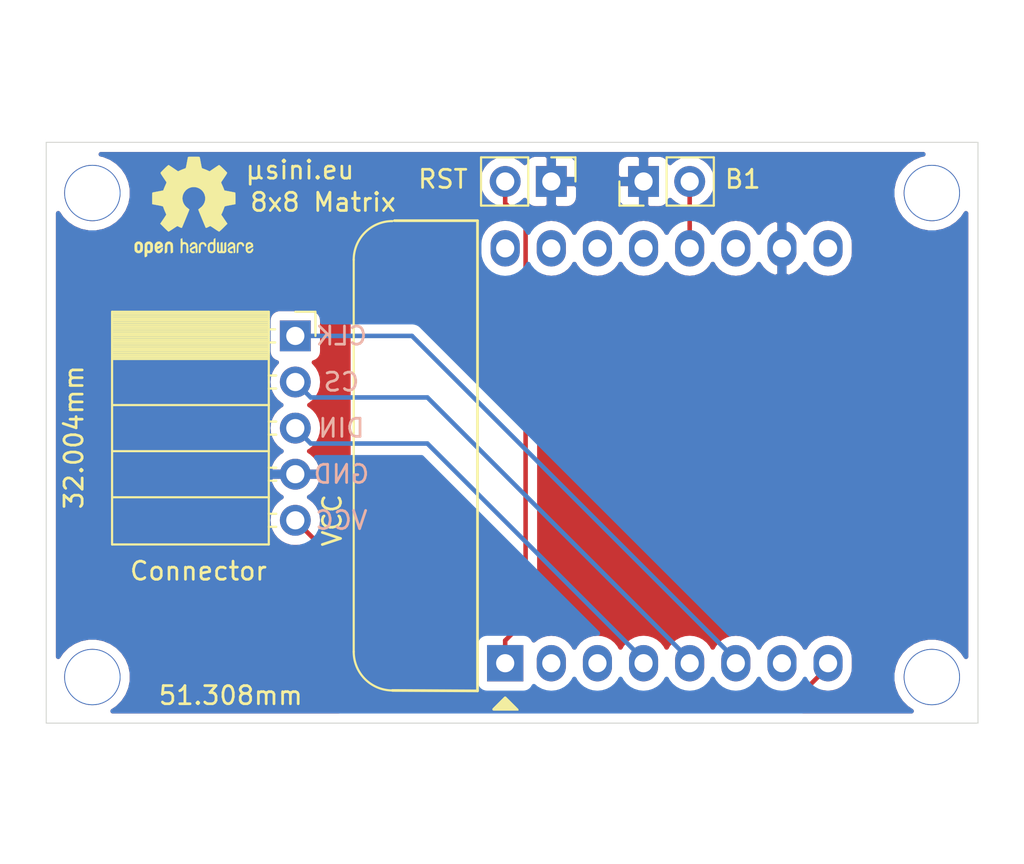
<source format=kicad_pcb>
(kicad_pcb (version 20171130) (host pcbnew "(5.1.2)-2")

  (general
    (thickness 1.6)
    (drawings 22)
    (tracks 29)
    (zones 0)
    (modules 5)
    (nets 8)
  )

  (page A4)
  (title_block
    (title "Wemos Mini Matrix")
    (date 2019-08-30)
    (rev v1.2)
    (company "µsini (Rémi Sarrailh)")
    (comment 1 "TESTED - NEED MORE TEST FOR PRODUCTION")
  )

  (layers
    (0 F.Cu signal)
    (31 B.Cu signal)
    (32 B.Adhes user)
    (33 F.Adhes user)
    (34 B.Paste user)
    (35 F.Paste user)
    (36 B.SilkS user)
    (37 F.SilkS user)
    (38 B.Mask user)
    (39 F.Mask user)
    (40 Dwgs.User user)
    (41 Cmts.User user)
    (42 Eco1.User user)
    (43 Eco2.User user)
    (44 Edge.Cuts user)
    (45 Margin user)
    (46 B.CrtYd user)
    (47 F.CrtYd user)
    (48 B.Fab user)
    (49 F.Fab user)
  )

  (setup
    (last_trace_width 0.25)
    (trace_clearance 0.2)
    (zone_clearance 0.508)
    (zone_45_only no)
    (trace_min 0.2)
    (via_size 0.8)
    (via_drill 0.4)
    (via_min_size 0.4)
    (via_min_drill 0.3)
    (uvia_size 0.3)
    (uvia_drill 0.1)
    (uvias_allowed no)
    (uvia_min_size 0.2)
    (uvia_min_drill 0.1)
    (edge_width 0.05)
    (segment_width 0.2)
    (pcb_text_width 0.3)
    (pcb_text_size 1.5 1.5)
    (mod_edge_width 0.12)
    (mod_text_size 1 1)
    (mod_text_width 0.15)
    (pad_size 2 1.6)
    (pad_drill 1)
    (pad_to_mask_clearance 0.051)
    (solder_mask_min_width 0.25)
    (aux_axis_origin 0 0)
    (visible_elements 7FFFFFFF)
    (pcbplotparams
      (layerselection 0x010f0_ffffffff)
      (usegerberextensions false)
      (usegerberattributes false)
      (usegerberadvancedattributes false)
      (creategerberjobfile false)
      (excludeedgelayer true)
      (linewidth 0.100000)
      (plotframeref false)
      (viasonmask false)
      (mode 1)
      (useauxorigin false)
      (hpglpennumber 1)
      (hpglpenspeed 20)
      (hpglpendiameter 15.000000)
      (psnegative false)
      (psa4output false)
      (plotreference true)
      (plotvalue true)
      (plotinvisibletext false)
      (padsonsilk false)
      (subtractmaskfromsilk false)
      (outputformat 1)
      (mirror false)
      (drillshape 0)
      (scaleselection 1)
      (outputdirectory "gerbers"))
  )

  (net 0 "")
  (net 1 "Net-(J1-Pad2)")
  (net 2 GND)
  (net 3 +3V3)
  (net 4 "Net-(J2-Pad3)")
  (net 5 "Net-(J2-Pad2)")
  (net 6 "Net-(J2-Pad1)")
  (net 7 "Net-(J3-Pad2)")

  (net_class Default "Ceci est la Netclass par défaut."
    (clearance 0.2)
    (trace_width 0.25)
    (via_dia 0.8)
    (via_drill 0.4)
    (uvia_dia 0.3)
    (uvia_drill 0.1)
    (add_net +3V3)
    (add_net GND)
    (add_net "Net-(J1-Pad2)")
    (add_net "Net-(J2-Pad1)")
    (add_net "Net-(J2-Pad2)")
    (add_net "Net-(J2-Pad3)")
    (add_net "Net-(J3-Pad2)")
  )

  (module wemos_D1_mini:WEMOS_D1_mini_light_no_female_connectors (layer F.Cu) (tedit 5D4C1420) (tstamp 5D470D52)
    (at 88.265 57.658 90)
    (descr "16-pin module, column spacing 22.86 mm (900 mils), https://wiki.wemos.cc/products:d1:d1_mini, https://c1.staticflickr.com/1/734/31400410271_f278b087db_z.jpg")
    (tags "ESP8266 WiFi microcontroller")
    (path /5D46B188)
    (fp_text reference U1 (at 22 27 90) (layer F.SilkS) hide
      (effects (font (size 1 1) (thickness 0.15)))
    )
    (fp_text value WeMos_D1_mini (at 11.7 0 90) (layer F.Fab)
      (effects (font (size 1 1) (thickness 0.15)))
    )
    (fp_text user "No copper" (at 11.43 -3.81 90) (layer Cmts.User)
      (effects (font (size 1 1) (thickness 0.15)))
    )
    (fp_text user "KEEP OUT" (at 11.43 -6.35 90) (layer Cmts.User)
      (effects (font (size 1 1) (thickness 0.15)))
    )
    (fp_arc (start 22.23 -6.21) (end 24.36 -6.21) (angle -90) (layer F.SilkS) (width 0.12))
    (fp_arc (start 0.63 -6.21) (end 0.63 -8.34) (angle -90) (layer F.SilkS) (width 0.12))
    (fp_arc (start 22.23 -6.21) (end 24.23 -6.19) (angle -90) (layer F.Fab) (width 0.1))
    (fp_arc (start 0.63 -6.21) (end 0.63 -8.21) (angle -90) (layer F.Fab) (width 0.1))
    (fp_line (start -0.37 0) (end -1.37 -1) (layer F.Fab) (width 0.1))
    (fp_line (start -1.37 1) (end -0.37 0) (layer F.Fab) (width 0.1))
    (fp_line (start -1.37 -6.21) (end -1.37 -1) (layer F.Fab) (width 0.1))
    (fp_line (start 1.17 19.09) (end 1.17 25.99) (layer F.Fab) (width 0.1))
    (fp_line (start -1.37 19.09) (end 1.17 19.09) (layer F.Fab) (width 0.1))
    (fp_line (start -1.35 -7.4) (end -0.55 -8.2) (layer Dwgs.User) (width 0.1))
    (fp_line (start -1.3 -5.45) (end 1.45 -8.2) (layer Dwgs.User) (width 0.1))
    (fp_line (start -1.35 -3.4) (end 3.45 -8.2) (layer Dwgs.User) (width 0.1))
    (fp_line (start 22.65 -1.4) (end 24.25 -3) (layer Dwgs.User) (width 0.1))
    (fp_line (start 20.65 -1.4) (end 24.25 -5) (layer Dwgs.User) (width 0.1))
    (fp_line (start 18.65 -1.4) (end 24.25 -7) (layer Dwgs.User) (width 0.1))
    (fp_line (start 16.65 -1.4) (end 23.45 -8.2) (layer Dwgs.User) (width 0.1))
    (fp_line (start 14.65 -1.4) (end 21.45 -8.2) (layer Dwgs.User) (width 0.1))
    (fp_line (start 12.65 -1.4) (end 19.45 -8.2) (layer Dwgs.User) (width 0.1))
    (fp_line (start 10.65 -1.4) (end 17.45 -8.2) (layer Dwgs.User) (width 0.1))
    (fp_line (start 8.65 -1.4) (end 15.45 -8.2) (layer Dwgs.User) (width 0.1))
    (fp_line (start 6.65 -1.4) (end 13.45 -8.2) (layer Dwgs.User) (width 0.1))
    (fp_line (start 4.65 -1.4) (end 11.45 -8.2) (layer Dwgs.User) (width 0.1))
    (fp_line (start 2.65 -1.4) (end 9.45 -8.2) (layer Dwgs.User) (width 0.1))
    (fp_line (start 0.65 -1.4) (end 7.45 -8.2) (layer Dwgs.User) (width 0.1))
    (fp_line (start -1.35 -1.4) (end 5.45 -8.2) (layer Dwgs.User) (width 0.1))
    (fp_line (start -1.35 -8.2) (end -1.35 -1.4) (layer Dwgs.User) (width 0.1))
    (fp_line (start 24.25 -8.2) (end -1.35 -8.2) (layer Dwgs.User) (width 0.1))
    (fp_line (start 24.25 -1.4) (end 24.25 -8.2) (layer Dwgs.User) (width 0.1))
    (fp_line (start -1.35 -1.4) (end 24.25 -1.4) (layer Dwgs.User) (width 0.1))
    (fp_poly (pts (xy -2.54 -0.635) (xy -2.54 0.635) (xy -1.905 0)) (layer F.SilkS) (width 0.15))
    (fp_line (start -1.62 26.24) (end -1.62 -8.46) (layer F.CrtYd) (width 0.05))
    (fp_line (start 24.48 26.24) (end -1.62 26.24) (layer F.CrtYd) (width 0.05))
    (fp_line (start 24.48 -8.41) (end 24.48 26.24) (layer F.CrtYd) (width 0.05))
    (fp_line (start -1.62 -8.46) (end 24.48 -8.46) (layer F.CrtYd) (width 0.05))
    (fp_text user %R (at 11.43 10 90) (layer F.Fab)
      (effects (font (size 1 1) (thickness 0.15)))
    )
    (fp_line (start -1.37 1) (end -1.37 19.09) (layer F.Fab) (width 0.1))
    (fp_line (start 22.23 -8.21) (end 0.63 -8.21) (layer F.Fab) (width 0.1))
    (fp_line (start 24.23 25.99) (end 24.23 -6.21) (layer F.Fab) (width 0.1))
    (fp_line (start 1.17 25.99) (end 24.23 25.99) (layer F.Fab) (width 0.1))
    (fp_line (start 22.24 -8.34) (end 0.63 -8.34) (layer F.SilkS) (width 0.12))
    (fp_line (start 24.384 -6.096) (end 24.384 -1.524) (layer F.SilkS) (width 0.15))
    (fp_line (start -1.5 -6.21) (end -1.524 -1.524) (layer F.SilkS) (width 0.15))
    (fp_line (start -1.524 -1.524) (end 24.384 -1.524) (layer F.SilkS) (width 0.15))
    (pad 16 thru_hole oval (at 22.86 0 90) (size 2 1.6) (drill 1) (layers *.Cu *.Mask))
    (pad 15 thru_hole oval (at 22.86 2.54 90) (size 2 1.6) (drill 1) (layers *.Cu *.Mask))
    (pad 14 thru_hole oval (at 22.86 5.08 90) (size 2 1.6) (drill 1) (layers *.Cu *.Mask))
    (pad 13 thru_hole oval (at 22.86 7.62 90) (size 2 1.6) (drill 1) (layers *.Cu *.Mask))
    (pad 12 thru_hole oval (at 22.86 10.16 90) (size 2 1.6) (drill 1) (layers *.Cu *.Mask)
      (net 7 "Net-(J3-Pad2)"))
    (pad 11 thru_hole oval (at 22.86 12.7 90) (size 2 1.6) (drill 1) (layers *.Cu *.Mask))
    (pad 10 thru_hole oval (at 22.86 15.24 90) (size 2 1.6) (drill 1) (layers *.Cu *.Mask)
      (net 2 GND))
    (pad 9 thru_hole oval (at 22.86 17.78 90) (size 2 1.6) (drill 1) (layers *.Cu *.Mask))
    (pad 8 thru_hole oval (at 0 17.78 90) (size 2 1.6) (drill 1) (layers *.Cu *.Mask)
      (net 3 +3V3))
    (pad 7 thru_hole oval (at 0 15.24 90) (size 2 1.6) (drill 1) (layers *.Cu *.Mask))
    (pad 6 thru_hole oval (at 0 12.7 90) (size 2 1.6) (drill 1) (layers *.Cu *.Mask)
      (net 6 "Net-(J2-Pad1)"))
    (pad 5 thru_hole oval (at 0 10.16 90) (size 2 1.6) (drill 1) (layers *.Cu *.Mask)
      (net 5 "Net-(J2-Pad2)"))
    (pad 4 thru_hole oval (at 0 7.62 90) (size 2 1.6) (drill 1) (layers *.Cu *.Mask)
      (net 4 "Net-(J2-Pad3)"))
    (pad 3 thru_hole oval (at 0 5.08 90) (size 2 1.6) (drill 1) (layers *.Cu *.Mask))
    (pad 1 thru_hole rect (at 0 0 90) (size 2 2) (drill 1) (layers *.Cu *.Mask)
      (net 1 "Net-(J1-Pad2)"))
    (pad 2 thru_hole oval (at 0 2.54 90) (size 2 1.6) (drill 1) (layers *.Cu *.Mask))
    (model ${KISYS3DMOD}/Module.3dshapes/WEMOS_D1_mini_light.wrl
      (offset (xyz 0 0 -7))
      (scale (xyz 1 1 1))
      (rotate (xyz 0 0 0))
    )
    (model ${KISYS3DMOD}/Connector_PinHeader_2.54mm.3dshapes/PinHeader_1x08_P2.54mm_Vertical.wrl
      (offset (xyz 0 0 2.5))
      (scale (xyz 1 1 1))
      (rotate (xyz 0 -180 0))
    )
    (model ${KISYS3DMOD}/Connector_PinHeader_2.54mm.3dshapes/PinHeader_1x08_P2.54mm_Vertical.wrl
      (offset (xyz 22.86 0 2.5))
      (scale (xyz 1 1 1))
      (rotate (xyz 0 -180 0))
    )
  )

  (module Symbol:OSHW-Logo2_7.3x6mm_SilkScreen (layer F.Cu) (tedit 0) (tstamp 5D4C0853)
    (at 71.12 32.512)
    (descr "Open Source Hardware Symbol")
    (tags "Logo Symbol OSHW")
    (attr virtual)
    (fp_text reference REF** (at 0 0) (layer F.SilkS) hide
      (effects (font (size 1 1) (thickness 0.15)))
    )
    (fp_text value OSHW-Logo2_7.3x6mm_SilkScreen (at 0.75 0) (layer F.Fab) hide
      (effects (font (size 1 1) (thickness 0.15)))
    )
    (fp_poly (pts (xy 0.10391 -2.757652) (xy 0.182454 -2.757222) (xy 0.239298 -2.756058) (xy 0.278105 -2.753793)
      (xy 0.302538 -2.75006) (xy 0.316262 -2.744494) (xy 0.32294 -2.736727) (xy 0.326236 -2.726395)
      (xy 0.326556 -2.725057) (xy 0.331562 -2.700921) (xy 0.340829 -2.653299) (xy 0.353392 -2.587259)
      (xy 0.368287 -2.507872) (xy 0.384551 -2.420204) (xy 0.385119 -2.417125) (xy 0.40141 -2.331211)
      (xy 0.416652 -2.255304) (xy 0.429861 -2.193955) (xy 0.440054 -2.151718) (xy 0.446248 -2.133145)
      (xy 0.446543 -2.132816) (xy 0.464788 -2.123747) (xy 0.502405 -2.108633) (xy 0.551271 -2.090738)
      (xy 0.551543 -2.090642) (xy 0.613093 -2.067507) (xy 0.685657 -2.038035) (xy 0.754057 -2.008403)
      (xy 0.757294 -2.006938) (xy 0.868702 -1.956374) (xy 1.115399 -2.12484) (xy 1.191077 -2.176197)
      (xy 1.259631 -2.222111) (xy 1.317088 -2.25997) (xy 1.359476 -2.287163) (xy 1.382825 -2.301079)
      (xy 1.385042 -2.302111) (xy 1.40201 -2.297516) (xy 1.433701 -2.275345) (xy 1.481352 -2.234553)
      (xy 1.546198 -2.174095) (xy 1.612397 -2.109773) (xy 1.676214 -2.046388) (xy 1.733329 -1.988549)
      (xy 1.780305 -1.939825) (xy 1.813703 -1.90379) (xy 1.830085 -1.884016) (xy 1.830694 -1.882998)
      (xy 1.832505 -1.869428) (xy 1.825683 -1.847267) (xy 1.80854 -1.813522) (xy 1.779393 -1.7652)
      (xy 1.736555 -1.699308) (xy 1.679448 -1.614483) (xy 1.628766 -1.539823) (xy 1.583461 -1.47286)
      (xy 1.54615 -1.417484) (xy 1.519452 -1.37758) (xy 1.505985 -1.357038) (xy 1.505137 -1.355644)
      (xy 1.506781 -1.335962) (xy 1.519245 -1.297707) (xy 1.540048 -1.248111) (xy 1.547462 -1.232272)
      (xy 1.579814 -1.16171) (xy 1.614328 -1.081647) (xy 1.642365 -1.012371) (xy 1.662568 -0.960955)
      (xy 1.678615 -0.921881) (xy 1.687888 -0.901459) (xy 1.689041 -0.899886) (xy 1.706096 -0.897279)
      (xy 1.746298 -0.890137) (xy 1.804302 -0.879477) (xy 1.874763 -0.866315) (xy 1.952335 -0.851667)
      (xy 2.031672 -0.836551) (xy 2.107431 -0.821982) (xy 2.174264 -0.808978) (xy 2.226828 -0.798555)
      (xy 2.259776 -0.79173) (xy 2.267857 -0.789801) (xy 2.276205 -0.785038) (xy 2.282506 -0.774282)
      (xy 2.287045 -0.753902) (xy 2.290104 -0.720266) (xy 2.291967 -0.669745) (xy 2.292918 -0.598708)
      (xy 2.29324 -0.503524) (xy 2.293257 -0.464508) (xy 2.293257 -0.147201) (xy 2.217057 -0.132161)
      (xy 2.174663 -0.124005) (xy 2.1114 -0.112101) (xy 2.034962 -0.097884) (xy 1.953043 -0.08279)
      (xy 1.9304 -0.078645) (xy 1.854806 -0.063947) (xy 1.788953 -0.049495) (xy 1.738366 -0.036625)
      (xy 1.708574 -0.026678) (xy 1.703612 -0.023713) (xy 1.691426 -0.002717) (xy 1.673953 0.037967)
      (xy 1.654577 0.090322) (xy 1.650734 0.1016) (xy 1.625339 0.171523) (xy 1.593817 0.250418)
      (xy 1.562969 0.321266) (xy 1.562817 0.321595) (xy 1.511447 0.432733) (xy 1.680399 0.681253)
      (xy 1.849352 0.929772) (xy 1.632429 1.147058) (xy 1.566819 1.211726) (xy 1.506979 1.268733)
      (xy 1.456267 1.315033) (xy 1.418046 1.347584) (xy 1.395675 1.363343) (xy 1.392466 1.364343)
      (xy 1.373626 1.356469) (xy 1.33518 1.334578) (xy 1.28133 1.301267) (xy 1.216276 1.259131)
      (xy 1.14594 1.211943) (xy 1.074555 1.16381) (xy 1.010908 1.121928) (xy 0.959041 1.088871)
      (xy 0.922995 1.067218) (xy 0.906867 1.059543) (xy 0.887189 1.066037) (xy 0.849875 1.08315)
      (xy 0.802621 1.107326) (xy 0.797612 1.110013) (xy 0.733977 1.141927) (xy 0.690341 1.157579)
      (xy 0.663202 1.157745) (xy 0.649057 1.143204) (xy 0.648975 1.143) (xy 0.641905 1.125779)
      (xy 0.625042 1.084899) (xy 0.599695 1.023525) (xy 0.567171 0.944819) (xy 0.528778 0.851947)
      (xy 0.485822 0.748072) (xy 0.444222 0.647502) (xy 0.398504 0.536516) (xy 0.356526 0.433703)
      (xy 0.319548 0.342215) (xy 0.288827 0.265201) (xy 0.265622 0.205815) (xy 0.25119 0.167209)
      (xy 0.246743 0.1528) (xy 0.257896 0.136272) (xy 0.287069 0.10993) (xy 0.325971 0.080887)
      (xy 0.436757 -0.010961) (xy 0.523351 -0.116241) (xy 0.584716 -0.232734) (xy 0.619815 -0.358224)
      (xy 0.627608 -0.490493) (xy 0.621943 -0.551543) (xy 0.591078 -0.678205) (xy 0.53792 -0.790059)
      (xy 0.465767 -0.885999) (xy 0.377917 -0.964924) (xy 0.277665 -1.02573) (xy 0.16831 -1.067313)
      (xy 0.053147 -1.088572) (xy -0.064525 -1.088401) (xy -0.18141 -1.065699) (xy -0.294211 -1.019362)
      (xy -0.399631 -0.948287) (xy -0.443632 -0.908089) (xy -0.528021 -0.804871) (xy -0.586778 -0.692075)
      (xy -0.620296 -0.57299) (xy -0.628965 -0.450905) (xy -0.613177 -0.329107) (xy -0.573322 -0.210884)
      (xy -0.509793 -0.099525) (xy -0.422979 0.001684) (xy -0.325971 0.080887) (xy -0.285563 0.111162)
      (xy -0.257018 0.137219) (xy -0.246743 0.152825) (xy -0.252123 0.169843) (xy -0.267425 0.2105)
      (xy -0.291388 0.271642) (xy -0.322756 0.350119) (xy -0.360268 0.44278) (xy -0.402667 0.546472)
      (xy -0.444337 0.647526) (xy -0.49031 0.758607) (xy -0.532893 0.861541) (xy -0.570779 0.953165)
      (xy -0.60266 1.030316) (xy -0.627229 1.089831) (xy -0.64318 1.128544) (xy -0.64909 1.143)
      (xy -0.663052 1.157685) (xy -0.69006 1.157642) (xy -0.733587 1.142099) (xy -0.79711 1.110284)
      (xy -0.797612 1.110013) (xy -0.84544 1.085323) (xy -0.884103 1.067338) (xy -0.905905 1.059614)
      (xy -0.906867 1.059543) (xy -0.923279 1.067378) (xy -0.959513 1.089165) (xy -1.011526 1.122328)
      (xy -1.075275 1.164291) (xy -1.14594 1.211943) (xy -1.217884 1.260191) (xy -1.282726 1.302151)
      (xy -1.336265 1.335227) (xy -1.374303 1.356821) (xy -1.392467 1.364343) (xy -1.409192 1.354457)
      (xy -1.44282 1.326826) (xy -1.48999 1.284495) (xy -1.547342 1.230505) (xy -1.611516 1.167899)
      (xy -1.632503 1.146983) (xy -1.849501 0.929623) (xy -1.684332 0.68722) (xy -1.634136 0.612781)
      (xy -1.590081 0.545972) (xy -1.554638 0.490665) (xy -1.530281 0.450729) (xy -1.519478 0.430036)
      (xy -1.519162 0.428563) (xy -1.524857 0.409058) (xy -1.540174 0.369822) (xy -1.562463 0.31743)
      (xy -1.578107 0.282355) (xy -1.607359 0.215201) (xy -1.634906 0.147358) (xy -1.656263 0.090034)
      (xy -1.662065 0.072572) (xy -1.678548 0.025938) (xy -1.69466 -0.010095) (xy -1.70351 -0.023713)
      (xy -1.72304 -0.032048) (xy -1.765666 -0.043863) (xy -1.825855 -0.057819) (xy -1.898078 -0.072578)
      (xy -1.9304 -0.078645) (xy -2.012478 -0.093727) (xy -2.091205 -0.108331) (xy -2.158891 -0.12102)
      (xy -2.20784 -0.130358) (xy -2.217057 -0.132161) (xy -2.293257 -0.147201) (xy -2.293257 -0.464508)
      (xy -2.293086 -0.568846) (xy -2.292384 -0.647787) (xy -2.290866 -0.704962) (xy -2.288251 -0.744001)
      (xy -2.284254 -0.768535) (xy -2.278591 -0.782195) (xy -2.27098 -0.788611) (xy -2.267857 -0.789801)
      (xy -2.249022 -0.79402) (xy -2.207412 -0.802438) (xy -2.14837 -0.814039) (xy -2.077243 -0.827805)
      (xy -1.999375 -0.84272) (xy -1.920113 -0.857768) (xy -1.844802 -0.871931) (xy -1.778787 -0.884194)
      (xy -1.727413 -0.893539) (xy -1.696025 -0.89895) (xy -1.689041 -0.899886) (xy -1.682715 -0.912404)
      (xy -1.66871 -0.945754) (xy -1.649645 -0.993623) (xy -1.642366 -1.012371) (xy -1.613004 -1.084805)
      (xy -1.578429 -1.16483) (xy -1.547463 -1.232272) (xy -1.524677 -1.283841) (xy -1.509518 -1.326215)
      (xy -1.504458 -1.352166) (xy -1.505264 -1.355644) (xy -1.515959 -1.372064) (xy -1.54038 -1.408583)
      (xy -1.575905 -1.461313) (xy -1.619913 -1.526365) (xy -1.669783 -1.599849) (xy -1.679644 -1.614355)
      (xy -1.737508 -1.700296) (xy -1.780044 -1.765739) (xy -1.808946 -1.813696) (xy -1.82591 -1.84718)
      (xy -1.832633 -1.869205) (xy -1.83081 -1.882783) (xy -1.830764 -1.882869) (xy -1.816414 -1.900703)
      (xy -1.784677 -1.935183) (xy -1.73899 -1.982732) (xy -1.682796 -2.039778) (xy -1.619532 -2.102745)
      (xy -1.612398 -2.109773) (xy -1.53267 -2.18698) (xy -1.471143 -2.24367) (xy -1.426579 -2.28089)
      (xy -1.397743 -2.299685) (xy -1.385042 -2.302111) (xy -1.366506 -2.291529) (xy -1.328039 -2.267084)
      (xy -1.273614 -2.231388) (xy -1.207202 -2.187053) (xy -1.132775 -2.136689) (xy -1.115399 -2.12484)
      (xy -0.868703 -1.956374) (xy -0.757294 -2.006938) (xy -0.689543 -2.036405) (xy -0.616817 -2.066041)
      (xy -0.554297 -2.08967) (xy -0.551543 -2.090642) (xy -0.50264 -2.108543) (xy -0.464943 -2.12368)
      (xy -0.446575 -2.13279) (xy -0.446544 -2.132816) (xy -0.440715 -2.149283) (xy -0.430808 -2.189781)
      (xy -0.417805 -2.249758) (xy -0.402691 -2.32466) (xy -0.386448 -2.409936) (xy -0.385119 -2.417125)
      (xy -0.368825 -2.504986) (xy -0.353867 -2.58474) (xy -0.341209 -2.651319) (xy -0.331814 -2.699653)
      (xy -0.326646 -2.724675) (xy -0.326556 -2.725057) (xy -0.323411 -2.735701) (xy -0.317296 -2.743738)
      (xy -0.304547 -2.749533) (xy -0.2815 -2.753453) (xy -0.244491 -2.755865) (xy -0.189856 -2.757135)
      (xy -0.113933 -2.757629) (xy -0.013056 -2.757714) (xy 0 -2.757714) (xy 0.10391 -2.757652)) (layer F.SilkS) (width 0.01))
    (fp_poly (pts (xy 3.153595 1.966966) (xy 3.211021 2.004497) (xy 3.238719 2.038096) (xy 3.260662 2.099064)
      (xy 3.262405 2.147308) (xy 3.258457 2.211816) (xy 3.109686 2.276934) (xy 3.037349 2.310202)
      (xy 2.990084 2.336964) (xy 2.965507 2.360144) (xy 2.961237 2.382667) (xy 2.974889 2.407455)
      (xy 2.989943 2.423886) (xy 3.033746 2.450235) (xy 3.081389 2.452081) (xy 3.125145 2.431546)
      (xy 3.157289 2.390752) (xy 3.163038 2.376347) (xy 3.190576 2.331356) (xy 3.222258 2.312182)
      (xy 3.265714 2.295779) (xy 3.265714 2.357966) (xy 3.261872 2.400283) (xy 3.246823 2.435969)
      (xy 3.21528 2.476943) (xy 3.210592 2.482267) (xy 3.175506 2.51872) (xy 3.145347 2.538283)
      (xy 3.107615 2.547283) (xy 3.076335 2.55023) (xy 3.020385 2.550965) (xy 2.980555 2.54166)
      (xy 2.955708 2.527846) (xy 2.916656 2.497467) (xy 2.889625 2.464613) (xy 2.872517 2.423294)
      (xy 2.863238 2.367521) (xy 2.859693 2.291305) (xy 2.85941 2.252622) (xy 2.860372 2.206247)
      (xy 2.948007 2.206247) (xy 2.949023 2.231126) (xy 2.951556 2.2352) (xy 2.968274 2.229665)
      (xy 3.004249 2.215017) (xy 3.052331 2.19419) (xy 3.062386 2.189714) (xy 3.123152 2.158814)
      (xy 3.156632 2.131657) (xy 3.16399 2.10622) (xy 3.146391 2.080481) (xy 3.131856 2.069109)
      (xy 3.07941 2.046364) (xy 3.030322 2.050122) (xy 2.989227 2.077884) (xy 2.960758 2.127152)
      (xy 2.951631 2.166257) (xy 2.948007 2.206247) (xy 2.860372 2.206247) (xy 2.861285 2.162249)
      (xy 2.868196 2.095384) (xy 2.881884 2.046695) (xy 2.904096 2.010849) (xy 2.936574 1.982513)
      (xy 2.950733 1.973355) (xy 3.015053 1.949507) (xy 3.085473 1.948006) (xy 3.153595 1.966966)) (layer F.SilkS) (width 0.01))
    (fp_poly (pts (xy 2.6526 1.958752) (xy 2.669948 1.966334) (xy 2.711356 1.999128) (xy 2.746765 2.046547)
      (xy 2.768664 2.097151) (xy 2.772229 2.122098) (xy 2.760279 2.156927) (xy 2.734067 2.175357)
      (xy 2.705964 2.186516) (xy 2.693095 2.188572) (xy 2.686829 2.173649) (xy 2.674456 2.141175)
      (xy 2.669028 2.126502) (xy 2.63859 2.075744) (xy 2.59452 2.050427) (xy 2.53801 2.051206)
      (xy 2.533825 2.052203) (xy 2.503655 2.066507) (xy 2.481476 2.094393) (xy 2.466327 2.139287)
      (xy 2.45725 2.204615) (xy 2.453286 2.293804) (xy 2.452914 2.341261) (xy 2.45273 2.416071)
      (xy 2.451522 2.467069) (xy 2.448309 2.499471) (xy 2.442109 2.518495) (xy 2.43194 2.529356)
      (xy 2.416819 2.537272) (xy 2.415946 2.53767) (xy 2.386828 2.549981) (xy 2.372403 2.554514)
      (xy 2.370186 2.540809) (xy 2.368289 2.502925) (xy 2.366847 2.445715) (xy 2.365998 2.374027)
      (xy 2.365829 2.321565) (xy 2.366692 2.220047) (xy 2.37007 2.143032) (xy 2.377142 2.086023)
      (xy 2.389088 2.044526) (xy 2.40709 2.014043) (xy 2.432327 1.99008) (xy 2.457247 1.973355)
      (xy 2.517171 1.951097) (xy 2.586911 1.946076) (xy 2.6526 1.958752)) (layer F.SilkS) (width 0.01))
    (fp_poly (pts (xy 2.144876 1.956335) (xy 2.186667 1.975344) (xy 2.219469 1.998378) (xy 2.243503 2.024133)
      (xy 2.260097 2.057358) (xy 2.270577 2.1028) (xy 2.276271 2.165207) (xy 2.278507 2.249327)
      (xy 2.278743 2.304721) (xy 2.278743 2.520826) (xy 2.241774 2.53767) (xy 2.212656 2.549981)
      (xy 2.198231 2.554514) (xy 2.195472 2.541025) (xy 2.193282 2.504653) (xy 2.191942 2.451542)
      (xy 2.191657 2.409372) (xy 2.190434 2.348447) (xy 2.187136 2.300115) (xy 2.182321 2.270518)
      (xy 2.178496 2.264229) (xy 2.152783 2.270652) (xy 2.112418 2.287125) (xy 2.065679 2.309458)
      (xy 2.020845 2.333457) (xy 1.986193 2.35493) (xy 1.970002 2.369685) (xy 1.969938 2.369845)
      (xy 1.97133 2.397152) (xy 1.983818 2.423219) (xy 2.005743 2.444392) (xy 2.037743 2.451474)
      (xy 2.065092 2.450649) (xy 2.103826 2.450042) (xy 2.124158 2.459116) (xy 2.136369 2.483092)
      (xy 2.137909 2.487613) (xy 2.143203 2.521806) (xy 2.129047 2.542568) (xy 2.092148 2.552462)
      (xy 2.052289 2.554292) (xy 1.980562 2.540727) (xy 1.943432 2.521355) (xy 1.897576 2.475845)
      (xy 1.873256 2.419983) (xy 1.871073 2.360957) (xy 1.891629 2.305953) (xy 1.922549 2.271486)
      (xy 1.95342 2.252189) (xy 2.001942 2.227759) (xy 2.058485 2.202985) (xy 2.06791 2.199199)
      (xy 2.130019 2.171791) (xy 2.165822 2.147634) (xy 2.177337 2.123619) (xy 2.16658 2.096635)
      (xy 2.148114 2.075543) (xy 2.104469 2.049572) (xy 2.056446 2.047624) (xy 2.012406 2.067637)
      (xy 1.980709 2.107551) (xy 1.976549 2.117848) (xy 1.952327 2.155724) (xy 1.916965 2.183842)
      (xy 1.872343 2.206917) (xy 1.872343 2.141485) (xy 1.874969 2.101506) (xy 1.88623 2.069997)
      (xy 1.911199 2.036378) (xy 1.935169 2.010484) (xy 1.972441 1.973817) (xy 2.001401 1.954121)
      (xy 2.032505 1.94622) (xy 2.067713 1.944914) (xy 2.144876 1.956335)) (layer F.SilkS) (width 0.01))
    (fp_poly (pts (xy 1.779833 1.958663) (xy 1.782048 1.99685) (xy 1.783784 2.054886) (xy 1.784899 2.12818)
      (xy 1.785257 2.205055) (xy 1.785257 2.465196) (xy 1.739326 2.511127) (xy 1.707675 2.539429)
      (xy 1.67989 2.550893) (xy 1.641915 2.550168) (xy 1.62684 2.548321) (xy 1.579726 2.542948)
      (xy 1.540756 2.539869) (xy 1.531257 2.539585) (xy 1.499233 2.541445) (xy 1.453432 2.546114)
      (xy 1.435674 2.548321) (xy 1.392057 2.551735) (xy 1.362745 2.54432) (xy 1.33368 2.521427)
      (xy 1.323188 2.511127) (xy 1.277257 2.465196) (xy 1.277257 1.978602) (xy 1.314226 1.961758)
      (xy 1.346059 1.949282) (xy 1.364683 1.944914) (xy 1.369458 1.958718) (xy 1.373921 1.997286)
      (xy 1.377775 2.056356) (xy 1.380722 2.131663) (xy 1.382143 2.195286) (xy 1.386114 2.445657)
      (xy 1.420759 2.450556) (xy 1.452268 2.447131) (xy 1.467708 2.436041) (xy 1.472023 2.415308)
      (xy 1.475708 2.371145) (xy 1.478469 2.309146) (xy 1.480012 2.234909) (xy 1.480235 2.196706)
      (xy 1.480457 1.976783) (xy 1.526166 1.960849) (xy 1.558518 1.950015) (xy 1.576115 1.944962)
      (xy 1.576623 1.944914) (xy 1.578388 1.958648) (xy 1.580329 1.99673) (xy 1.582282 2.054482)
      (xy 1.584084 2.127227) (xy 1.585343 2.195286) (xy 1.589314 2.445657) (xy 1.6764 2.445657)
      (xy 1.680396 2.21724) (xy 1.684392 1.988822) (xy 1.726847 1.966868) (xy 1.758192 1.951793)
      (xy 1.776744 1.944951) (xy 1.777279 1.944914) (xy 1.779833 1.958663)) (layer F.SilkS) (width 0.01))
    (fp_poly (pts (xy 1.190117 2.065358) (xy 1.189933 2.173837) (xy 1.189219 2.257287) (xy 1.187675 2.319704)
      (xy 1.185001 2.365085) (xy 1.180894 2.397429) (xy 1.175055 2.420733) (xy 1.167182 2.438995)
      (xy 1.161221 2.449418) (xy 1.111855 2.505945) (xy 1.049264 2.541377) (xy 0.980013 2.55409)
      (xy 0.910668 2.542463) (xy 0.869375 2.521568) (xy 0.826025 2.485422) (xy 0.796481 2.441276)
      (xy 0.778655 2.383462) (xy 0.770463 2.306313) (xy 0.769302 2.249714) (xy 0.769458 2.245647)
      (xy 0.870857 2.245647) (xy 0.871476 2.31055) (xy 0.874314 2.353514) (xy 0.88084 2.381622)
      (xy 0.892523 2.401953) (xy 0.906483 2.417288) (xy 0.953365 2.44689) (xy 1.003701 2.449419)
      (xy 1.051276 2.424705) (xy 1.054979 2.421356) (xy 1.070783 2.403935) (xy 1.080693 2.383209)
      (xy 1.086058 2.352362) (xy 1.088228 2.304577) (xy 1.088571 2.251748) (xy 1.087827 2.185381)
      (xy 1.084748 2.141106) (xy 1.078061 2.112009) (xy 1.066496 2.091173) (xy 1.057013 2.080107)
      (xy 1.01296 2.052198) (xy 0.962224 2.048843) (xy 0.913796 2.070159) (xy 0.90445 2.078073)
      (xy 0.88854 2.095647) (xy 0.87861 2.116587) (xy 0.873278 2.147782) (xy 0.871163 2.196122)
      (xy 0.870857 2.245647) (xy 0.769458 2.245647) (xy 0.77281 2.158568) (xy 0.784726 2.090086)
      (xy 0.807135 2.0386) (xy 0.842124 1.998443) (xy 0.869375 1.977861) (xy 0.918907 1.955625)
      (xy 0.976316 1.945304) (xy 1.029682 1.948067) (xy 1.059543 1.959212) (xy 1.071261 1.962383)
      (xy 1.079037 1.950557) (xy 1.084465 1.918866) (xy 1.088571 1.870593) (xy 1.093067 1.816829)
      (xy 1.099313 1.784482) (xy 1.110676 1.765985) (xy 1.130528 1.75377) (xy 1.143 1.748362)
      (xy 1.190171 1.728601) (xy 1.190117 2.065358)) (layer F.SilkS) (width 0.01))
    (fp_poly (pts (xy 0.529926 1.949755) (xy 0.595858 1.974084) (xy 0.649273 2.017117) (xy 0.670164 2.047409)
      (xy 0.692939 2.102994) (xy 0.692466 2.143186) (xy 0.668562 2.170217) (xy 0.659717 2.174813)
      (xy 0.62153 2.189144) (xy 0.602028 2.185472) (xy 0.595422 2.161407) (xy 0.595086 2.148114)
      (xy 0.582992 2.09921) (xy 0.551471 2.064999) (xy 0.507659 2.048476) (xy 0.458695 2.052634)
      (xy 0.418894 2.074227) (xy 0.40545 2.086544) (xy 0.395921 2.101487) (xy 0.389485 2.124075)
      (xy 0.385317 2.159328) (xy 0.382597 2.212266) (xy 0.380502 2.287907) (xy 0.37996 2.311857)
      (xy 0.377981 2.39379) (xy 0.375731 2.451455) (xy 0.372357 2.489608) (xy 0.367006 2.513004)
      (xy 0.358824 2.526398) (xy 0.346959 2.534545) (xy 0.339362 2.538144) (xy 0.307102 2.550452)
      (xy 0.288111 2.554514) (xy 0.281836 2.540948) (xy 0.278006 2.499934) (xy 0.2766 2.430999)
      (xy 0.277598 2.333669) (xy 0.277908 2.318657) (xy 0.280101 2.229859) (xy 0.282693 2.165019)
      (xy 0.286382 2.119067) (xy 0.291864 2.086935) (xy 0.299835 2.063553) (xy 0.310993 2.043852)
      (xy 0.31683 2.03541) (xy 0.350296 1.998057) (xy 0.387727 1.969003) (xy 0.392309 1.966467)
      (xy 0.459426 1.946443) (xy 0.529926 1.949755)) (layer F.SilkS) (width 0.01))
    (fp_poly (pts (xy 0.039744 1.950968) (xy 0.096616 1.972087) (xy 0.097267 1.972493) (xy 0.13244 1.99838)
      (xy 0.158407 2.028633) (xy 0.17667 2.068058) (xy 0.188732 2.121462) (xy 0.196096 2.193651)
      (xy 0.200264 2.289432) (xy 0.200629 2.303078) (xy 0.205876 2.508842) (xy 0.161716 2.531678)
      (xy 0.129763 2.54711) (xy 0.11047 2.554423) (xy 0.109578 2.554514) (xy 0.106239 2.541022)
      (xy 0.103587 2.504626) (xy 0.101956 2.451452) (xy 0.1016 2.408393) (xy 0.101592 2.338641)
      (xy 0.098403 2.294837) (xy 0.087288 2.273944) (xy 0.063501 2.272925) (xy 0.022296 2.288741)
      (xy -0.039914 2.317815) (xy -0.085659 2.341963) (xy -0.109187 2.362913) (xy -0.116104 2.385747)
      (xy -0.116114 2.386877) (xy -0.104701 2.426212) (xy -0.070908 2.447462) (xy -0.019191 2.450539)
      (xy 0.018061 2.450006) (xy 0.037703 2.460735) (xy 0.049952 2.486505) (xy 0.057002 2.519337)
      (xy 0.046842 2.537966) (xy 0.043017 2.540632) (xy 0.007001 2.55134) (xy -0.043434 2.552856)
      (xy -0.095374 2.545759) (xy -0.132178 2.532788) (xy -0.183062 2.489585) (xy -0.211986 2.429446)
      (xy -0.217714 2.382462) (xy -0.213343 2.340082) (xy -0.197525 2.305488) (xy -0.166203 2.274763)
      (xy -0.115322 2.24399) (xy -0.040824 2.209252) (xy -0.036286 2.207288) (xy 0.030821 2.176287)
      (xy 0.072232 2.150862) (xy 0.089981 2.128014) (xy 0.086107 2.104745) (xy 0.062643 2.078056)
      (xy 0.055627 2.071914) (xy 0.00863 2.0481) (xy -0.040067 2.049103) (xy -0.082478 2.072451)
      (xy -0.110616 2.115675) (xy -0.113231 2.12416) (xy -0.138692 2.165308) (xy -0.170999 2.185128)
      (xy -0.217714 2.20477) (xy -0.217714 2.15395) (xy -0.203504 2.080082) (xy -0.161325 2.012327)
      (xy -0.139376 1.989661) (xy -0.089483 1.960569) (xy -0.026033 1.9474) (xy 0.039744 1.950968)) (layer F.SilkS) (width 0.01))
    (fp_poly (pts (xy -0.624114 1.851289) (xy -0.619861 1.910613) (xy -0.614975 1.945572) (xy -0.608205 1.96082)
      (xy -0.598298 1.961015) (xy -0.595086 1.959195) (xy -0.552356 1.946015) (xy -0.496773 1.946785)
      (xy -0.440263 1.960333) (xy -0.404918 1.977861) (xy -0.368679 2.005861) (xy -0.342187 2.037549)
      (xy -0.324001 2.077813) (xy -0.312678 2.131543) (xy -0.306778 2.203626) (xy -0.304857 2.298951)
      (xy -0.304823 2.317237) (xy -0.3048 2.522646) (xy -0.350509 2.53858) (xy -0.382973 2.54942)
      (xy -0.400785 2.554468) (xy -0.401309 2.554514) (xy -0.403063 2.540828) (xy -0.404556 2.503076)
      (xy -0.405674 2.446224) (xy -0.406303 2.375234) (xy -0.4064 2.332073) (xy -0.406602 2.246973)
      (xy -0.407642 2.185981) (xy -0.410169 2.144177) (xy -0.414836 2.116642) (xy -0.422293 2.098456)
      (xy -0.433189 2.084698) (xy -0.439993 2.078073) (xy -0.486728 2.051375) (xy -0.537728 2.049375)
      (xy -0.583999 2.071955) (xy -0.592556 2.080107) (xy -0.605107 2.095436) (xy -0.613812 2.113618)
      (xy -0.619369 2.139909) (xy -0.622474 2.179562) (xy -0.623824 2.237832) (xy -0.624114 2.318173)
      (xy -0.624114 2.522646) (xy -0.669823 2.53858) (xy -0.702287 2.54942) (xy -0.720099 2.554468)
      (xy -0.720623 2.554514) (xy -0.721963 2.540623) (xy -0.723172 2.501439) (xy -0.724199 2.4407)
      (xy -0.724998 2.362141) (xy -0.725519 2.269498) (xy -0.725714 2.166509) (xy -0.725714 1.769342)
      (xy -0.678543 1.749444) (xy -0.631371 1.729547) (xy -0.624114 1.851289)) (layer F.SilkS) (width 0.01))
    (fp_poly (pts (xy -1.831697 1.931239) (xy -1.774473 1.969735) (xy -1.730251 2.025335) (xy -1.703833 2.096086)
      (xy -1.69849 2.148162) (xy -1.699097 2.169893) (xy -1.704178 2.186531) (xy -1.718145 2.201437)
      (xy -1.745411 2.217973) (xy -1.790388 2.239498) (xy -1.857489 2.269374) (xy -1.857829 2.269524)
      (xy -1.919593 2.297813) (xy -1.970241 2.322933) (xy -2.004596 2.342179) (xy -2.017482 2.352848)
      (xy -2.017486 2.352934) (xy -2.006128 2.376166) (xy -1.979569 2.401774) (xy -1.949077 2.420221)
      (xy -1.93363 2.423886) (xy -1.891485 2.411212) (xy -1.855192 2.379471) (xy -1.837483 2.344572)
      (xy -1.820448 2.318845) (xy -1.787078 2.289546) (xy -1.747851 2.264235) (xy -1.713244 2.250471)
      (xy -1.706007 2.249714) (xy -1.697861 2.26216) (xy -1.69737 2.293972) (xy -1.703357 2.336866)
      (xy -1.714643 2.382558) (xy -1.73005 2.422761) (xy -1.730829 2.424322) (xy -1.777196 2.489062)
      (xy -1.837289 2.533097) (xy -1.905535 2.554711) (xy -1.976362 2.552185) (xy -2.044196 2.523804)
      (xy -2.047212 2.521808) (xy -2.100573 2.473448) (xy -2.13566 2.410352) (xy -2.155078 2.327387)
      (xy -2.157684 2.304078) (xy -2.162299 2.194055) (xy -2.156767 2.142748) (xy -2.017486 2.142748)
      (xy -2.015676 2.174753) (xy -2.005778 2.184093) (xy -1.981102 2.177105) (xy -1.942205 2.160587)
      (xy -1.898725 2.139881) (xy -1.897644 2.139333) (xy -1.860791 2.119949) (xy -1.846 2.107013)
      (xy -1.849647 2.093451) (xy -1.865005 2.075632) (xy -1.904077 2.049845) (xy -1.946154 2.04795)
      (xy -1.983897 2.066717) (xy -2.009966 2.102915) (xy -2.017486 2.142748) (xy -2.156767 2.142748)
      (xy -2.152806 2.106027) (xy -2.12845 2.036212) (xy -2.094544 1.987302) (xy -2.033347 1.937878)
      (xy -1.965937 1.913359) (xy -1.89712 1.911797) (xy -1.831697 1.931239)) (layer F.SilkS) (width 0.01))
    (fp_poly (pts (xy -2.958885 1.921962) (xy -2.890855 1.957733) (xy -2.840649 2.015301) (xy -2.822815 2.052312)
      (xy -2.808937 2.107882) (xy -2.801833 2.178096) (xy -2.80116 2.254727) (xy -2.806573 2.329552)
      (xy -2.81773 2.394342) (xy -2.834286 2.440873) (xy -2.839374 2.448887) (xy -2.899645 2.508707)
      (xy -2.971231 2.544535) (xy -3.048908 2.55502) (xy -3.127452 2.53881) (xy -3.149311 2.529092)
      (xy -3.191878 2.499143) (xy -3.229237 2.459433) (xy -3.232768 2.454397) (xy -3.247119 2.430124)
      (xy -3.256606 2.404178) (xy -3.26221 2.370022) (xy -3.264914 2.321119) (xy -3.265701 2.250935)
      (xy -3.265714 2.2352) (xy -3.265678 2.230192) (xy -3.120571 2.230192) (xy -3.119727 2.29643)
      (xy -3.116404 2.340386) (xy -3.109417 2.368779) (xy -3.097584 2.388325) (xy -3.091543 2.394857)
      (xy -3.056814 2.41968) (xy -3.023097 2.418548) (xy -2.989005 2.397016) (xy -2.968671 2.374029)
      (xy -2.956629 2.340478) (xy -2.949866 2.287569) (xy -2.949402 2.281399) (xy -2.948248 2.185513)
      (xy -2.960312 2.114299) (xy -2.98543 2.068194) (xy -3.02344 2.047635) (xy -3.037008 2.046514)
      (xy -3.072636 2.052152) (xy -3.097006 2.071686) (xy -3.111907 2.109042) (xy -3.119125 2.16815)
      (xy -3.120571 2.230192) (xy -3.265678 2.230192) (xy -3.265174 2.160413) (xy -3.262904 2.108159)
      (xy -3.257932 2.071949) (xy -3.249287 2.045299) (xy -3.235995 2.021722) (xy -3.233057 2.017338)
      (xy -3.183687 1.958249) (xy -3.129891 1.923947) (xy -3.064398 1.910331) (xy -3.042158 1.909665)
      (xy -2.958885 1.921962)) (layer F.SilkS) (width 0.01))
    (fp_poly (pts (xy -1.283907 1.92778) (xy -1.237328 1.954723) (xy -1.204943 1.981466) (xy -1.181258 2.009484)
      (xy -1.164941 2.043748) (xy -1.154661 2.089227) (xy -1.149086 2.150892) (xy -1.146884 2.233711)
      (xy -1.146629 2.293246) (xy -1.146629 2.512391) (xy -1.208314 2.540044) (xy -1.27 2.567697)
      (xy -1.277257 2.32767) (xy -1.280256 2.238028) (xy -1.283402 2.172962) (xy -1.287299 2.128026)
      (xy -1.292553 2.09877) (xy -1.299769 2.080748) (xy -1.30955 2.069511) (xy -1.312688 2.067079)
      (xy -1.360239 2.048083) (xy -1.408303 2.0556) (xy -1.436914 2.075543) (xy -1.448553 2.089675)
      (xy -1.456609 2.10822) (xy -1.461729 2.136334) (xy -1.464559 2.179173) (xy -1.465744 2.241895)
      (xy -1.465943 2.307261) (xy -1.465982 2.389268) (xy -1.467386 2.447316) (xy -1.472086 2.486465)
      (xy -1.482013 2.51178) (xy -1.499097 2.528323) (xy -1.525268 2.541156) (xy -1.560225 2.554491)
      (xy -1.598404 2.569007) (xy -1.593859 2.311389) (xy -1.592029 2.218519) (xy -1.589888 2.149889)
      (xy -1.586819 2.100711) (xy -1.582206 2.066198) (xy -1.575432 2.041562) (xy -1.565881 2.022016)
      (xy -1.554366 2.00477) (xy -1.49881 1.94968) (xy -1.43102 1.917822) (xy -1.357287 1.910191)
      (xy -1.283907 1.92778)) (layer F.SilkS) (width 0.01))
    (fp_poly (pts (xy -2.400256 1.919918) (xy -2.344799 1.947568) (xy -2.295852 1.99848) (xy -2.282371 2.017338)
      (xy -2.267686 2.042015) (xy -2.258158 2.068816) (xy -2.252707 2.104587) (xy -2.250253 2.156169)
      (xy -2.249714 2.224267) (xy -2.252148 2.317588) (xy -2.260606 2.387657) (xy -2.276826 2.439931)
      (xy -2.302546 2.479869) (xy -2.339503 2.512929) (xy -2.342218 2.514886) (xy -2.37864 2.534908)
      (xy -2.422498 2.544815) (xy -2.478276 2.547257) (xy -2.568952 2.547257) (xy -2.56899 2.635283)
      (xy -2.569834 2.684308) (xy -2.574976 2.713065) (xy -2.588413 2.730311) (xy -2.614142 2.744808)
      (xy -2.620321 2.747769) (xy -2.649236 2.761648) (xy -2.671624 2.770414) (xy -2.688271 2.771171)
      (xy -2.699964 2.761023) (xy -2.70749 2.737073) (xy -2.711634 2.696426) (xy -2.713185 2.636186)
      (xy -2.712929 2.553455) (xy -2.711651 2.445339) (xy -2.711252 2.413) (xy -2.709815 2.301524)
      (xy -2.708528 2.228603) (xy -2.569029 2.228603) (xy -2.568245 2.290499) (xy -2.56476 2.330997)
      (xy -2.556876 2.357708) (xy -2.542895 2.378244) (xy -2.533403 2.38826) (xy -2.494596 2.417567)
      (xy -2.460237 2.419952) (xy -2.424784 2.39575) (xy -2.423886 2.394857) (xy -2.409461 2.376153)
      (xy -2.400687 2.350732) (xy -2.396261 2.311584) (xy -2.394882 2.251697) (xy -2.394857 2.23843)
      (xy -2.398188 2.155901) (xy -2.409031 2.098691) (xy -2.42866 2.063766) (xy -2.45835 2.048094)
      (xy -2.475509 2.046514) (xy -2.516234 2.053926) (xy -2.544168 2.07833) (xy -2.560983 2.12298)
      (xy -2.56835 2.19113) (xy -2.569029 2.228603) (xy -2.708528 2.228603) (xy -2.708292 2.215245)
      (xy -2.706323 2.150333) (xy -2.70355 2.102958) (xy -2.699612 2.06929) (xy -2.694151 2.045498)
      (xy -2.686808 2.027753) (xy -2.677223 2.012224) (xy -2.673113 2.006381) (xy -2.618595 1.951185)
      (xy -2.549664 1.91989) (xy -2.469928 1.911165) (xy -2.400256 1.919918)) (layer F.SilkS) (width 0.01))
  )

  (module Connector_PinSocket_2.54mm:PinSocket_1x05_P2.54mm_Horizontal (layer F.Cu) (tedit 5A19A431) (tstamp 5D470D0F)
    (at 76.708 39.624)
    (descr "Through hole angled socket strip, 1x05, 2.54mm pitch, 8.51mm socket length, single row (from Kicad 4.0.7), script generated")
    (tags "Through hole angled socket strip THT 1x05 2.54mm single row")
    (path /5D46BB85)
    (fp_text reference Connector (at -5.334 12.954) (layer F.SilkS)
      (effects (font (size 1 1) (thickness 0.15)))
    )
    (fp_text value "Matrix Connector" (at -4.38 12.93) (layer F.Fab)
      (effects (font (size 1 1) (thickness 0.15)))
    )
    (fp_text user %R (at -5.775 5.08 90) (layer F.Fab)
      (effects (font (size 1 1) (thickness 0.15)))
    )
    (fp_line (start 1.75 11.95) (end 1.75 -1.75) (layer F.CrtYd) (width 0.05))
    (fp_line (start -10.55 11.95) (end 1.75 11.95) (layer F.CrtYd) (width 0.05))
    (fp_line (start -10.55 -1.75) (end -10.55 11.95) (layer F.CrtYd) (width 0.05))
    (fp_line (start 1.75 -1.75) (end -10.55 -1.75) (layer F.CrtYd) (width 0.05))
    (fp_line (start 0 -1.33) (end 1.11 -1.33) (layer F.SilkS) (width 0.12))
    (fp_line (start 1.11 -1.33) (end 1.11 0) (layer F.SilkS) (width 0.12))
    (fp_line (start -10.09 -1.33) (end -10.09 11.49) (layer F.SilkS) (width 0.12))
    (fp_line (start -10.09 11.49) (end -1.46 11.49) (layer F.SilkS) (width 0.12))
    (fp_line (start -1.46 -1.33) (end -1.46 11.49) (layer F.SilkS) (width 0.12))
    (fp_line (start -10.09 -1.33) (end -1.46 -1.33) (layer F.SilkS) (width 0.12))
    (fp_line (start -10.09 8.89) (end -1.46 8.89) (layer F.SilkS) (width 0.12))
    (fp_line (start -10.09 6.35) (end -1.46 6.35) (layer F.SilkS) (width 0.12))
    (fp_line (start -10.09 3.81) (end -1.46 3.81) (layer F.SilkS) (width 0.12))
    (fp_line (start -10.09 1.27) (end -1.46 1.27) (layer F.SilkS) (width 0.12))
    (fp_line (start -1.46 10.52) (end -1.05 10.52) (layer F.SilkS) (width 0.12))
    (fp_line (start -1.46 9.8) (end -1.05 9.8) (layer F.SilkS) (width 0.12))
    (fp_line (start -1.46 7.98) (end -1.05 7.98) (layer F.SilkS) (width 0.12))
    (fp_line (start -1.46 7.26) (end -1.05 7.26) (layer F.SilkS) (width 0.12))
    (fp_line (start -1.46 5.44) (end -1.05 5.44) (layer F.SilkS) (width 0.12))
    (fp_line (start -1.46 4.72) (end -1.05 4.72) (layer F.SilkS) (width 0.12))
    (fp_line (start -1.46 2.9) (end -1.05 2.9) (layer F.SilkS) (width 0.12))
    (fp_line (start -1.46 2.18) (end -1.05 2.18) (layer F.SilkS) (width 0.12))
    (fp_line (start -1.46 0.36) (end -1.11 0.36) (layer F.SilkS) (width 0.12))
    (fp_line (start -1.46 -0.36) (end -1.11 -0.36) (layer F.SilkS) (width 0.12))
    (fp_line (start -10.09 1.1519) (end -1.46 1.1519) (layer F.SilkS) (width 0.12))
    (fp_line (start -10.09 1.033805) (end -1.46 1.033805) (layer F.SilkS) (width 0.12))
    (fp_line (start -10.09 0.91571) (end -1.46 0.91571) (layer F.SilkS) (width 0.12))
    (fp_line (start -10.09 0.797615) (end -1.46 0.797615) (layer F.SilkS) (width 0.12))
    (fp_line (start -10.09 0.67952) (end -1.46 0.67952) (layer F.SilkS) (width 0.12))
    (fp_line (start -10.09 0.561425) (end -1.46 0.561425) (layer F.SilkS) (width 0.12))
    (fp_line (start -10.09 0.44333) (end -1.46 0.44333) (layer F.SilkS) (width 0.12))
    (fp_line (start -10.09 0.325235) (end -1.46 0.325235) (layer F.SilkS) (width 0.12))
    (fp_line (start -10.09 0.20714) (end -1.46 0.20714) (layer F.SilkS) (width 0.12))
    (fp_line (start -10.09 0.089045) (end -1.46 0.089045) (layer F.SilkS) (width 0.12))
    (fp_line (start -10.09 -0.02905) (end -1.46 -0.02905) (layer F.SilkS) (width 0.12))
    (fp_line (start -10.09 -0.147145) (end -1.46 -0.147145) (layer F.SilkS) (width 0.12))
    (fp_line (start -10.09 -0.26524) (end -1.46 -0.26524) (layer F.SilkS) (width 0.12))
    (fp_line (start -10.09 -0.383335) (end -1.46 -0.383335) (layer F.SilkS) (width 0.12))
    (fp_line (start -10.09 -0.50143) (end -1.46 -0.50143) (layer F.SilkS) (width 0.12))
    (fp_line (start -10.09 -0.619525) (end -1.46 -0.619525) (layer F.SilkS) (width 0.12))
    (fp_line (start -10.09 -0.73762) (end -1.46 -0.73762) (layer F.SilkS) (width 0.12))
    (fp_line (start -10.09 -0.855715) (end -1.46 -0.855715) (layer F.SilkS) (width 0.12))
    (fp_line (start -10.09 -0.97381) (end -1.46 -0.97381) (layer F.SilkS) (width 0.12))
    (fp_line (start -10.09 -1.091905) (end -1.46 -1.091905) (layer F.SilkS) (width 0.12))
    (fp_line (start -10.09 -1.21) (end -1.46 -1.21) (layer F.SilkS) (width 0.12))
    (fp_line (start 0 10.46) (end 0 9.86) (layer F.Fab) (width 0.1))
    (fp_line (start -1.52 10.46) (end 0 10.46) (layer F.Fab) (width 0.1))
    (fp_line (start 0 9.86) (end -1.52 9.86) (layer F.Fab) (width 0.1))
    (fp_line (start 0 7.92) (end 0 7.32) (layer F.Fab) (width 0.1))
    (fp_line (start -1.52 7.92) (end 0 7.92) (layer F.Fab) (width 0.1))
    (fp_line (start 0 7.32) (end -1.52 7.32) (layer F.Fab) (width 0.1))
    (fp_line (start 0 5.38) (end 0 4.78) (layer F.Fab) (width 0.1))
    (fp_line (start -1.52 5.38) (end 0 5.38) (layer F.Fab) (width 0.1))
    (fp_line (start 0 4.78) (end -1.52 4.78) (layer F.Fab) (width 0.1))
    (fp_line (start 0 2.84) (end 0 2.24) (layer F.Fab) (width 0.1))
    (fp_line (start -1.52 2.84) (end 0 2.84) (layer F.Fab) (width 0.1))
    (fp_line (start 0 2.24) (end -1.52 2.24) (layer F.Fab) (width 0.1))
    (fp_line (start 0 0.3) (end 0 -0.3) (layer F.Fab) (width 0.1))
    (fp_line (start -1.52 0.3) (end 0 0.3) (layer F.Fab) (width 0.1))
    (fp_line (start 0 -0.3) (end -1.52 -0.3) (layer F.Fab) (width 0.1))
    (fp_line (start -10.03 11.43) (end -10.03 -1.27) (layer F.Fab) (width 0.1))
    (fp_line (start -1.52 11.43) (end -10.03 11.43) (layer F.Fab) (width 0.1))
    (fp_line (start -1.52 -0.3) (end -1.52 11.43) (layer F.Fab) (width 0.1))
    (fp_line (start -2.49 -1.27) (end -1.52 -0.3) (layer F.Fab) (width 0.1))
    (fp_line (start -10.03 -1.27) (end -2.49 -1.27) (layer F.Fab) (width 0.1))
    (pad 5 thru_hole oval (at 0 10.16) (size 1.7 1.7) (drill 1) (layers *.Cu *.Mask)
      (net 3 +3V3))
    (pad 4 thru_hole oval (at 0 7.62) (size 1.7 1.7) (drill 1) (layers *.Cu *.Mask)
      (net 2 GND))
    (pad 3 thru_hole oval (at 0 5.08) (size 1.7 1.7) (drill 1) (layers *.Cu *.Mask)
      (net 4 "Net-(J2-Pad3)"))
    (pad 2 thru_hole oval (at 0 2.54) (size 1.7 1.7) (drill 1) (layers *.Cu *.Mask)
      (net 5 "Net-(J2-Pad2)"))
    (pad 1 thru_hole rect (at 0 0) (size 1.7 1.7) (drill 1) (layers *.Cu *.Mask)
      (net 6 "Net-(J2-Pad1)"))
    (model ${KISYS3DMOD}/Connector_PinSocket_2.54mm.3dshapes/PinSocket_1x05_P2.54mm_Horizontal.wrl
      (at (xyz 0 0 0))
      (scale (xyz 1 1 1))
      (rotate (xyz 0 0 0))
    )
  )

  (module Connector_PinHeader_2.54mm:PinHeader_1x02_P2.54mm_Vertical (layer F.Cu) (tedit 59FED5CC) (tstamp 5D4A2424)
    (at 95.885 31.115 90)
    (descr "Through hole straight pin header, 1x02, 2.54mm pitch, single row")
    (tags "Through hole pin header THT 1x02 2.54mm single row")
    (path /5D49FA38)
    (fp_text reference J3 (at 3.81 -2.54 90) (layer F.SilkS) hide
      (effects (font (size 1 1) (thickness 0.15)))
    )
    (fp_text value "USER Button" (at 0 4.87 90) (layer F.Fab)
      (effects (font (size 1 1) (thickness 0.15)))
    )
    (fp_text user %R (at 0 1.27) (layer F.Fab)
      (effects (font (size 1 1) (thickness 0.15)))
    )
    (fp_line (start 1.8 -1.8) (end -1.8 -1.8) (layer F.CrtYd) (width 0.05))
    (fp_line (start 1.8 4.35) (end 1.8 -1.8) (layer F.CrtYd) (width 0.05))
    (fp_line (start -1.8 4.35) (end 1.8 4.35) (layer F.CrtYd) (width 0.05))
    (fp_line (start -1.8 -1.8) (end -1.8 4.35) (layer F.CrtYd) (width 0.05))
    (fp_line (start -1.33 -1.33) (end 0 -1.33) (layer F.SilkS) (width 0.12))
    (fp_line (start -1.33 0) (end -1.33 -1.33) (layer F.SilkS) (width 0.12))
    (fp_line (start -1.33 1.27) (end 1.33 1.27) (layer F.SilkS) (width 0.12))
    (fp_line (start 1.33 1.27) (end 1.33 3.87) (layer F.SilkS) (width 0.12))
    (fp_line (start -1.33 1.27) (end -1.33 3.87) (layer F.SilkS) (width 0.12))
    (fp_line (start -1.33 3.87) (end 1.33 3.87) (layer F.SilkS) (width 0.12))
    (fp_line (start -1.27 -0.635) (end -0.635 -1.27) (layer F.Fab) (width 0.1))
    (fp_line (start -1.27 3.81) (end -1.27 -0.635) (layer F.Fab) (width 0.1))
    (fp_line (start 1.27 3.81) (end -1.27 3.81) (layer F.Fab) (width 0.1))
    (fp_line (start 1.27 -1.27) (end 1.27 3.81) (layer F.Fab) (width 0.1))
    (fp_line (start -0.635 -1.27) (end 1.27 -1.27) (layer F.Fab) (width 0.1))
    (pad 2 thru_hole oval (at 0 2.54 90) (size 1.7 1.7) (drill 1) (layers *.Cu *.Mask)
      (net 7 "Net-(J3-Pad2)"))
    (pad 1 thru_hole rect (at 0 0 90) (size 1.7 1.7) (drill 1) (layers *.Cu *.Mask)
      (net 2 GND))
  )

  (module Connector_PinHeader_2.54mm:PinHeader_1x02_P2.54mm_Vertical (layer F.Cu) (tedit 59FED5CC) (tstamp 5D4B9E02)
    (at 90.805 31.115 270)
    (descr "Through hole straight pin header, 1x02, 2.54mm pitch, single row")
    (tags "Through hole pin header THT 1x02 2.54mm single row")
    (path /5D478799)
    (fp_text reference J1 (at -3.81 1.905 90) (layer F.SilkS) hide
      (effects (font (size 1 1) (thickness 0.15)))
    )
    (fp_text value "RST Button" (at 0 4.87 90) (layer F.Fab)
      (effects (font (size 1 1) (thickness 0.15)))
    )
    (fp_text user %R (at 0 1.27) (layer F.Fab)
      (effects (font (size 1 1) (thickness 0.15)))
    )
    (fp_line (start 1.8 -1.8) (end -1.8 -1.8) (layer F.CrtYd) (width 0.05))
    (fp_line (start 1.8 4.35) (end 1.8 -1.8) (layer F.CrtYd) (width 0.05))
    (fp_line (start -1.8 4.35) (end 1.8 4.35) (layer F.CrtYd) (width 0.05))
    (fp_line (start -1.8 -1.8) (end -1.8 4.35) (layer F.CrtYd) (width 0.05))
    (fp_line (start -1.33 -1.33) (end 0 -1.33) (layer F.SilkS) (width 0.12))
    (fp_line (start -1.33 0) (end -1.33 -1.33) (layer F.SilkS) (width 0.12))
    (fp_line (start -1.33 1.27) (end 1.33 1.27) (layer F.SilkS) (width 0.12))
    (fp_line (start 1.33 1.27) (end 1.33 3.87) (layer F.SilkS) (width 0.12))
    (fp_line (start -1.33 1.27) (end -1.33 3.87) (layer F.SilkS) (width 0.12))
    (fp_line (start -1.33 3.87) (end 1.33 3.87) (layer F.SilkS) (width 0.12))
    (fp_line (start -1.27 -0.635) (end -0.635 -1.27) (layer F.Fab) (width 0.1))
    (fp_line (start -1.27 3.81) (end -1.27 -0.635) (layer F.Fab) (width 0.1))
    (fp_line (start 1.27 3.81) (end -1.27 3.81) (layer F.Fab) (width 0.1))
    (fp_line (start 1.27 -1.27) (end 1.27 3.81) (layer F.Fab) (width 0.1))
    (fp_line (start -0.635 -1.27) (end 1.27 -1.27) (layer F.Fab) (width 0.1))
    (pad 2 thru_hole oval (at 0 2.54 270) (size 1.7 1.7) (drill 1) (layers *.Cu *.Mask)
      (net 1 "Net-(J1-Pad2)"))
    (pad 1 thru_hole rect (at 0 0 270) (size 1.7 1.7) (drill 1) (layers *.Cu *.Mask)
      (net 2 GND))
  )

  (dimension 2.54 (width 0.15) (layer Dwgs.User)
    (gr_text "2,540 mm" (at 113.03 69.372) (layer Dwgs.User)
      (effects (font (size 1 1) (thickness 0.15)))
    )
    (feature1 (pts (xy 114.3 58.42) (xy 114.3 68.658421)))
    (feature2 (pts (xy 111.76 58.42) (xy 111.76 68.658421)))
    (crossbar (pts (xy 111.76 68.072) (xy 114.3 68.072)))
    (arrow1a (pts (xy 114.3 68.072) (xy 113.173496 68.658421)))
    (arrow1b (pts (xy 114.3 68.072) (xy 113.173496 67.485579)))
    (arrow2a (pts (xy 111.76 68.072) (xy 112.886504 68.658421)))
    (arrow2b (pts (xy 111.76 68.072) (xy 112.886504 67.485579)))
  )
  (gr_text 51.308mm (at 73.152 59.436) (layer F.SilkS)
    (effects (font (size 1 1) (thickness 0.15)))
  )
  (gr_text 32.004mm (at 64.516 45.212 90) (layer F.SilkS)
    (effects (font (size 1 1) (thickness 0.15)))
  )
  (dimension 2.54 (width 0.15) (layer Dwgs.User)
    (gr_text "2,540 mm" (at 64.262 69.372) (layer Dwgs.User)
      (effects (font (size 1 1) (thickness 0.15)))
    )
    (feature1 (pts (xy 65.532 58.42) (xy 65.532 68.658421)))
    (feature2 (pts (xy 62.992 58.42) (xy 62.992 68.658421)))
    (crossbar (pts (xy 62.992 68.072) (xy 65.532 68.072)))
    (arrow1a (pts (xy 65.532 68.072) (xy 64.405496 68.658421)))
    (arrow1b (pts (xy 65.532 68.072) (xy 64.405496 67.485579)))
    (arrow2a (pts (xy 62.992 68.072) (xy 64.118504 68.658421)))
    (arrow2b (pts (xy 62.992 68.072) (xy 64.118504 67.485579)))
  )
  (dimension 2.54 (width 0.15) (layer Dwgs.User)
    (gr_text "2,540 mm" (at 113.03 21.814) (layer Dwgs.User)
      (effects (font (size 1 1) (thickness 0.15)))
    )
    (feature1 (pts (xy 114.3 31.75) (xy 114.3 22.527579)))
    (feature2 (pts (xy 111.76 31.75) (xy 111.76 22.527579)))
    (crossbar (pts (xy 111.76 23.114) (xy 114.3 23.114)))
    (arrow1a (pts (xy 114.3 23.114) (xy 113.173496 23.700421)))
    (arrow1b (pts (xy 114.3 23.114) (xy 113.173496 22.527579)))
    (arrow2a (pts (xy 111.76 23.114) (xy 112.886504 23.700421)))
    (arrow2b (pts (xy 111.76 23.114) (xy 112.886504 22.527579)))
  )
  (dimension 2.54 (width 0.15) (layer Dwgs.User)
    (gr_text "2,540 mm" (at 64.262 21.814) (layer Dwgs.User)
      (effects (font (size 1 1) (thickness 0.15)))
    )
    (feature1 (pts (xy 65.532 31.75) (xy 65.532 22.527579)))
    (feature2 (pts (xy 62.992 31.75) (xy 62.992 22.527579)))
    (crossbar (pts (xy 62.992 23.114) (xy 65.532 23.114)))
    (arrow1a (pts (xy 65.532 23.114) (xy 64.405496 23.700421)))
    (arrow1b (pts (xy 65.532 23.114) (xy 64.405496 22.527579)))
    (arrow2a (pts (xy 62.992 23.114) (xy 64.118504 23.700421)))
    (arrow2b (pts (xy 62.992 23.114) (xy 64.118504 22.527579)))
  )
  (dimension 46.228 (width 0.15) (layer Dwgs.User)
    (gr_text "46,228 mm" (at 88.646 21.814) (layer Dwgs.User)
      (effects (font (size 1 1) (thickness 0.15)))
    )
    (feature1 (pts (xy 111.76 31.75) (xy 111.76 22.527579)))
    (feature2 (pts (xy 65.532 31.75) (xy 65.532 22.527579)))
    (crossbar (pts (xy 65.532 23.114) (xy 111.76 23.114)))
    (arrow1a (pts (xy 111.76 23.114) (xy 110.633496 23.700421)))
    (arrow1b (pts (xy 111.76 23.114) (xy 110.633496 22.527579)))
    (arrow2a (pts (xy 65.532 23.114) (xy 66.658504 23.700421)))
    (arrow2b (pts (xy 65.532 23.114) (xy 66.658504 22.527579)))
  )
  (dimension 46.228 (width 0.15) (layer Dwgs.User)
    (gr_text "46,228 mm" (at 88.646 69.372) (layer Dwgs.User)
      (effects (font (size 1 1) (thickness 0.15)))
    )
    (feature1 (pts (xy 65.532 58.42) (xy 65.532 68.658421)))
    (feature2 (pts (xy 111.76 58.42) (xy 111.76 68.658421)))
    (crossbar (pts (xy 111.76 68.072) (xy 65.532 68.072)))
    (arrow1a (pts (xy 65.532 68.072) (xy 66.658504 67.485579)))
    (arrow1b (pts (xy 65.532 68.072) (xy 66.658504 68.658421)))
    (arrow2a (pts (xy 111.76 68.072) (xy 110.633496 67.485579)))
    (arrow2b (pts (xy 111.76 68.072) (xy 110.633496 68.658421)))
  )
  (gr_line (start 62.992 28.956) (end 62.992 60.96) (layer Edge.Cuts) (width 0.05))
  (gr_line (start 114.3 28.956) (end 62.992 28.956) (layer Edge.Cuts) (width 0.05))
  (gr_line (start 114.3 60.96) (end 62.992 60.96) (layer Edge.Cuts) (width 0.05))
  (gr_text VCC (at 78.74 49.784 90) (layer F.SilkS)
    (effects (font (size 1 1) (thickness 0.15)))
  )
  (gr_text B1 (at 101.346 30.988) (layer F.SilkS)
    (effects (font (size 1 1) (thickness 0.15)))
  )
  (gr_text RST (at 84.836 30.988) (layer F.SilkS)
    (effects (font (size 1 1) (thickness 0.15)))
  )
  (gr_line (start 114.3 60.96) (end 114.3 28.956) (layer Edge.Cuts) (width 0.05) (tstamp 5D47115D))
  (gr_text VCC (at 79.248 49.784) (layer B.SilkS)
    (effects (font (size 1 1) (thickness 0.15)) (justify mirror))
  )
  (gr_text GND (at 79.248 47.244) (layer B.SilkS)
    (effects (font (size 1 1) (thickness 0.15)) (justify mirror))
  )
  (gr_text DIN (at 79.248 44.704) (layer B.SilkS)
    (effects (font (size 1 1) (thickness 0.15)) (justify mirror))
  )
  (gr_text CS (at 79.248 42.164) (layer B.SilkS)
    (effects (font (size 1 1) (thickness 0.15)) (justify mirror))
  )
  (gr_text CLK (at 79.248 39.624) (layer B.SilkS)
    (effects (font (size 1 1) (thickness 0.15)) (justify mirror))
  )
  (gr_text "8x8 Matrix" (at 78.232 32.258) (layer F.SilkS)
    (effects (font (size 1 1) (thickness 0.15)))
  )
  (gr_text μsini.eu (at 76.962 30.48) (layer F.SilkS)
    (effects (font (size 1 1) (thickness 0.15)))
  )

  (via (at 111.76 31.75) (size 3.1) (drill 3) (layers F.Cu B.Cu) (net 0))
  (via (at 111.76 58.42) (size 3.1) (drill 3) (layers F.Cu B.Cu) (net 0) (tstamp 5D4C0FA2))
  (via (at 65.532 58.42) (size 3.1) (drill 3) (layers F.Cu B.Cu) (net 0) (tstamp 5D4C0F9D))
  (via (at 65.532 31.75) (size 3.1) (drill 3) (layers F.Cu B.Cu) (net 0) (tstamp 5D4C0433))
  (segment (start 88.265 56.408) (end 88.265 57.658) (width 0.25) (layer F.Cu) (net 1))
  (segment (start 89.39001 55.28299) (end 88.265 56.408) (width 0.25) (layer F.Cu) (net 1))
  (segment (start 89.39001 33.442091) (end 89.39001 55.28299) (width 0.25) (layer F.Cu) (net 1))
  (segment (start 88.265 32.317081) (end 89.39001 33.442091) (width 0.25) (layer F.Cu) (net 1))
  (segment (start 88.265 31.115) (end 88.265 32.317081) (width 0.25) (layer F.Cu) (net 1))
  (segment (start 79.43099 59.570626) (end 79.621374 59.76101) (width 0.25) (layer F.Cu) (net 3))
  (segment (start 106.045 57.858) (end 106.045 57.658) (width 0.25) (layer F.Cu) (net 3))
  (segment (start 104.14199 59.76101) (end 106.045 57.858) (width 0.25) (layer F.Cu) (net 3))
  (segment (start 79.621374 59.76101) (end 104.14199 59.76101) (width 0.25) (layer F.Cu) (net 3))
  (segment (start 79.345001 59.484637) (end 79.621374 59.76101) (width 0.25) (layer F.Cu) (net 3))
  (segment (start 79.345001 52.421001) (end 79.345001 59.484637) (width 0.25) (layer F.Cu) (net 3))
  (segment (start 76.708 49.784) (end 79.345001 52.421001) (width 0.25) (layer F.Cu) (net 3))
  (segment (start 95.885 57.458) (end 95.885 57.658) (width 0.25) (layer B.Cu) (net 4))
  (segment (start 83.980999 45.553999) (end 95.885 57.458) (width 0.25) (layer B.Cu) (net 4))
  (segment (start 77.557999 45.553999) (end 83.980999 45.553999) (width 0.25) (layer B.Cu) (net 4))
  (segment (start 76.708 44.704) (end 77.557999 45.553999) (width 0.25) (layer B.Cu) (net 4))
  (segment (start 98.425 57.458) (end 98.425 57.658) (width 0.25) (layer B.Cu) (net 5))
  (segment (start 83.980999 43.013999) (end 98.425 57.458) (width 0.25) (layer B.Cu) (net 5))
  (segment (start 77.557999 43.013999) (end 83.980999 43.013999) (width 0.25) (layer B.Cu) (net 5))
  (segment (start 76.708 42.164) (end 77.557999 43.013999) (width 0.25) (layer B.Cu) (net 5))
  (segment (start 100.965 57.458) (end 100.965 57.658) (width 0.25) (layer B.Cu) (net 6))
  (segment (start 83.131 39.624) (end 100.965 57.458) (width 0.25) (layer B.Cu) (net 6))
  (segment (start 76.708 39.624) (end 83.131 39.624) (width 0.25) (layer B.Cu) (net 6))
  (segment (start 98.425 33.548) (end 98.425 31.115) (width 0.25) (layer F.Cu) (net 7))
  (segment (start 98.425 34.798) (end 98.425 33.548) (width 0.25) (layer F.Cu) (net 7))

  (zone (net 0) (net_name "") (layer F.Cu) (tstamp 0) (hatch full 0.508)
    (connect_pads (clearance 0.508))
    (min_thickness 0.254)
    (keepout (tracks not_allowed) (vias not_allowed) (copperpour not_allowed))
    (fill (arc_segments 32) (thermal_gap 0.508) (thermal_bridge_width 0.508))
    (polygon
      (pts
        (xy 79.756 33.02) (xy 86.868 33.02) (xy 86.868 59.436) (xy 79.756 59.436)
      )
    )
  )
  (zone (net 2) (net_name GND) (layer F.Cu) (tstamp 5D4C1A20) (hatch edge 0.508)
    (connect_pads (clearance 0.508))
    (min_thickness 0.254)
    (fill yes (arc_segments 32) (thermal_gap 0.508) (thermal_bridge_width 0.508) (smoothing fillet) (radius 4))
    (polygon
      (pts
        (xy 62.992 28.956) (xy 114.3 28.956) (xy 114.3 60.96) (xy 62.992 60.96)
      )
    )
    (filled_polygon
      (pts
        (xy 111.122659 29.648969) (xy 110.725015 29.813678) (xy 110.367144 30.0528) (xy 110.0628 30.357144) (xy 109.823678 30.715015)
        (xy 109.658969 31.112659) (xy 109.575 31.534796) (xy 109.575 31.965204) (xy 109.658969 32.387341) (xy 109.823678 32.784985)
        (xy 110.0628 33.142856) (xy 110.367144 33.4472) (xy 110.725015 33.686322) (xy 111.122659 33.851031) (xy 111.544796 33.935)
        (xy 111.975204 33.935) (xy 112.397341 33.851031) (xy 112.794985 33.686322) (xy 113.152856 33.4472) (xy 113.4572 33.142856)
        (xy 113.640001 32.869275) (xy 113.64 57.300723) (xy 113.4572 57.027144) (xy 113.152856 56.7228) (xy 112.794985 56.483678)
        (xy 112.397341 56.318969) (xy 111.975204 56.235) (xy 111.544796 56.235) (xy 111.122659 56.318969) (xy 110.725015 56.483678)
        (xy 110.367144 56.7228) (xy 110.0628 57.027144) (xy 109.823678 57.385015) (xy 109.658969 57.782659) (xy 109.575 58.204796)
        (xy 109.575 58.635204) (xy 109.658969 59.057341) (xy 109.823678 59.454985) (xy 110.0628 59.812856) (xy 110.367144 60.1172)
        (xy 110.640723 60.3) (xy 104.682821 60.3) (xy 104.705794 60.272007) (xy 105.719094 59.258708) (xy 105.763692 59.272236)
        (xy 106.045 59.299943) (xy 106.326309 59.272236) (xy 106.596808 59.190182) (xy 106.846101 59.056932) (xy 107.064608 58.877608)
        (xy 107.243932 58.659101) (xy 107.377182 58.409807) (xy 107.459236 58.139308) (xy 107.48 57.928491) (xy 107.48 57.387508)
        (xy 107.459236 57.176691) (xy 107.377182 56.906192) (xy 107.243932 56.656899) (xy 107.064607 56.438392) (xy 106.8461 56.259068)
        (xy 106.596807 56.125818) (xy 106.326308 56.043764) (xy 106.045 56.016057) (xy 105.763691 56.043764) (xy 105.493192 56.125818)
        (xy 105.243899 56.259068) (xy 105.025392 56.438393) (xy 104.846068 56.6569) (xy 104.775 56.789858) (xy 104.703932 56.656899)
        (xy 104.524607 56.438392) (xy 104.3061 56.259068) (xy 104.056807 56.125818) (xy 103.786308 56.043764) (xy 103.505 56.016057)
        (xy 103.223691 56.043764) (xy 102.953192 56.125818) (xy 102.703899 56.259068) (xy 102.485392 56.438393) (xy 102.306068 56.6569)
        (xy 102.235 56.789858) (xy 102.163932 56.656899) (xy 101.984607 56.438392) (xy 101.7661 56.259068) (xy 101.516807 56.125818)
        (xy 101.246308 56.043764) (xy 100.965 56.016057) (xy 100.683691 56.043764) (xy 100.413192 56.125818) (xy 100.163899 56.259068)
        (xy 99.945392 56.438393) (xy 99.766068 56.6569) (xy 99.695 56.789858) (xy 99.623932 56.656899) (xy 99.444607 56.438392)
        (xy 99.2261 56.259068) (xy 98.976807 56.125818) (xy 98.706308 56.043764) (xy 98.425 56.016057) (xy 98.143691 56.043764)
        (xy 97.873192 56.125818) (xy 97.623899 56.259068) (xy 97.405392 56.438393) (xy 97.226068 56.6569) (xy 97.155 56.789858)
        (xy 97.083932 56.656899) (xy 96.904607 56.438392) (xy 96.6861 56.259068) (xy 96.436807 56.125818) (xy 96.166308 56.043764)
        (xy 95.885 56.016057) (xy 95.603691 56.043764) (xy 95.333192 56.125818) (xy 95.083899 56.259068) (xy 94.865392 56.438393)
        (xy 94.686068 56.6569) (xy 94.615 56.789858) (xy 94.543932 56.656899) (xy 94.364607 56.438392) (xy 94.1461 56.259068)
        (xy 93.896807 56.125818) (xy 93.626308 56.043764) (xy 93.345 56.016057) (xy 93.063691 56.043764) (xy 92.793192 56.125818)
        (xy 92.543899 56.259068) (xy 92.325392 56.438393) (xy 92.146068 56.6569) (xy 92.075 56.789858) (xy 92.003932 56.656899)
        (xy 91.824607 56.438392) (xy 91.6061 56.259068) (xy 91.356807 56.125818) (xy 91.086308 56.043764) (xy 90.805 56.016057)
        (xy 90.523691 56.043764) (xy 90.253192 56.125818) (xy 90.003899 56.259068) (xy 89.842559 56.391477) (xy 89.795537 56.303506)
        (xy 89.716185 56.206815) (xy 89.619958 56.127844) (xy 89.901018 55.846785) (xy 89.930011 55.822991) (xy 89.953805 55.793998)
        (xy 89.953809 55.793994) (xy 90.024983 55.707267) (xy 90.027556 55.702454) (xy 90.095556 55.575237) (xy 90.139013 55.431976)
        (xy 90.15001 55.320323) (xy 90.15001 55.320314) (xy 90.153686 55.282991) (xy 90.15001 55.245668) (xy 90.15001 36.275029)
        (xy 90.253193 36.330182) (xy 90.523692 36.412236) (xy 90.805 36.439943) (xy 91.086309 36.412236) (xy 91.356808 36.330182)
        (xy 91.606101 36.196932) (xy 91.824608 36.017608) (xy 92.003932 35.799101) (xy 92.075 35.666142) (xy 92.146068 35.799101)
        (xy 92.325393 36.017608) (xy 92.5439 36.196932) (xy 92.793193 36.330182) (xy 93.063692 36.412236) (xy 93.345 36.439943)
        (xy 93.626309 36.412236) (xy 93.896808 36.330182) (xy 94.146101 36.196932) (xy 94.364608 36.017608) (xy 94.543932 35.799101)
        (xy 94.615 35.666142) (xy 94.686068 35.799101) (xy 94.865393 36.017608) (xy 95.0839 36.196932) (xy 95.333193 36.330182)
        (xy 95.603692 36.412236) (xy 95.885 36.439943) (xy 96.166309 36.412236) (xy 96.436808 36.330182) (xy 96.686101 36.196932)
        (xy 96.904608 36.017608) (xy 97.083932 35.799101) (xy 97.155 35.666142) (xy 97.226068 35.799101) (xy 97.405393 36.017608)
        (xy 97.6239 36.196932) (xy 97.873193 36.330182) (xy 98.143692 36.412236) (xy 98.425 36.439943) (xy 98.706309 36.412236)
        (xy 98.976808 36.330182) (xy 99.226101 36.196932) (xy 99.444608 36.017608) (xy 99.623932 35.799101) (xy 99.695 35.666142)
        (xy 99.766068 35.799101) (xy 99.945393 36.017608) (xy 100.1639 36.196932) (xy 100.413193 36.330182) (xy 100.683692 36.412236)
        (xy 100.965 36.439943) (xy 101.246309 36.412236) (xy 101.516808 36.330182) (xy 101.766101 36.196932) (xy 101.984608 36.017608)
        (xy 102.163932 35.799101) (xy 102.233122 35.669655) (xy 102.24057 35.687227) (xy 102.399327 35.920662) (xy 102.600575 36.118639)
        (xy 102.836579 36.273551) (xy 103.09827 36.379444) (xy 103.155961 36.389904) (xy 103.378 36.267915) (xy 103.378 34.925)
        (xy 103.358 34.925) (xy 103.358 34.671) (xy 103.378 34.671) (xy 103.378 33.328085) (xy 103.632 33.328085)
        (xy 103.632 34.671) (xy 103.652 34.671) (xy 103.652 34.925) (xy 103.632 34.925) (xy 103.632 36.267915)
        (xy 103.854039 36.389904) (xy 103.91173 36.379444) (xy 104.173421 36.273551) (xy 104.409425 36.118639) (xy 104.610673 35.920662)
        (xy 104.76943 35.687227) (xy 104.776878 35.669655) (xy 104.846068 35.799101) (xy 105.025393 36.017608) (xy 105.2439 36.196932)
        (xy 105.493193 36.330182) (xy 105.763692 36.412236) (xy 106.045 36.439943) (xy 106.326309 36.412236) (xy 106.596808 36.330182)
        (xy 106.846101 36.196932) (xy 107.064608 36.017608) (xy 107.243932 35.799101) (xy 107.377182 35.549807) (xy 107.459236 35.279308)
        (xy 107.48 35.068491) (xy 107.48 34.527508) (xy 107.459236 34.316691) (xy 107.377182 34.046192) (xy 107.243932 33.796899)
        (xy 107.064607 33.578392) (xy 106.8461 33.399068) (xy 106.596807 33.265818) (xy 106.326308 33.183764) (xy 106.045 33.156057)
        (xy 105.763691 33.183764) (xy 105.493192 33.265818) (xy 105.243899 33.399068) (xy 105.025392 33.578393) (xy 104.846068 33.7969)
        (xy 104.776878 33.926345) (xy 104.76943 33.908773) (xy 104.610673 33.675338) (xy 104.409425 33.477361) (xy 104.173421 33.322449)
        (xy 103.91173 33.216556) (xy 103.854039 33.206096) (xy 103.632 33.328085) (xy 103.378 33.328085) (xy 103.155961 33.206096)
        (xy 103.09827 33.216556) (xy 102.836579 33.322449) (xy 102.600575 33.477361) (xy 102.399327 33.675338) (xy 102.24057 33.908773)
        (xy 102.233122 33.926345) (xy 102.163932 33.796899) (xy 101.984607 33.578392) (xy 101.7661 33.399068) (xy 101.516807 33.265818)
        (xy 101.246308 33.183764) (xy 100.965 33.156057) (xy 100.683691 33.183764) (xy 100.413192 33.265818) (xy 100.163899 33.399068)
        (xy 99.945392 33.578393) (xy 99.766068 33.7969) (xy 99.695 33.929858) (xy 99.623932 33.796899) (xy 99.444607 33.578392)
        (xy 99.2261 33.399068) (xy 99.185 33.3771) (xy 99.185 32.392595) (xy 99.254014 32.355706) (xy 99.480134 32.170134)
        (xy 99.665706 31.944014) (xy 99.803599 31.686034) (xy 99.888513 31.406111) (xy 99.917185 31.115) (xy 99.888513 30.823889)
        (xy 99.803599 30.543966) (xy 99.665706 30.285986) (xy 99.480134 30.059866) (xy 99.254014 29.874294) (xy 98.996034 29.736401)
        (xy 98.716111 29.651487) (xy 98.49795 29.63) (xy 98.35205 29.63) (xy 98.133889 29.651487) (xy 97.853966 29.736401)
        (xy 97.595986 29.874294) (xy 97.369866 30.059866) (xy 97.345393 30.089687) (xy 97.324502 30.02082) (xy 97.265537 29.910506)
        (xy 97.186185 29.813815) (xy 97.089494 29.734463) (xy 96.97918 29.675498) (xy 96.859482 29.639188) (xy 96.735 29.626928)
        (xy 96.17075 29.63) (xy 96.012 29.78875) (xy 96.012 30.988) (xy 96.032 30.988) (xy 96.032 31.242)
        (xy 96.012 31.242) (xy 96.012 32.44125) (xy 96.17075 32.6) (xy 96.735 32.603072) (xy 96.859482 32.590812)
        (xy 96.97918 32.554502) (xy 97.089494 32.495537) (xy 97.186185 32.416185) (xy 97.265537 32.319494) (xy 97.324502 32.20918)
        (xy 97.345393 32.140313) (xy 97.369866 32.170134) (xy 97.595986 32.355706) (xy 97.665 32.392595) (xy 97.665 33.377099)
        (xy 97.623899 33.399068) (xy 97.405392 33.578393) (xy 97.226068 33.7969) (xy 97.155 33.929858) (xy 97.083932 33.796899)
        (xy 96.904607 33.578392) (xy 96.6861 33.399068) (xy 96.436807 33.265818) (xy 96.166308 33.183764) (xy 95.885 33.156057)
        (xy 95.603691 33.183764) (xy 95.333192 33.265818) (xy 95.083899 33.399068) (xy 94.865392 33.578393) (xy 94.686068 33.7969)
        (xy 94.615 33.929858) (xy 94.543932 33.796899) (xy 94.364607 33.578392) (xy 94.1461 33.399068) (xy 93.896807 33.265818)
        (xy 93.626308 33.183764) (xy 93.345 33.156057) (xy 93.063691 33.183764) (xy 92.793192 33.265818) (xy 92.543899 33.399068)
        (xy 92.325392 33.578393) (xy 92.146068 33.7969) (xy 92.075 33.929858) (xy 92.003932 33.796899) (xy 91.824607 33.578392)
        (xy 91.6061 33.399068) (xy 91.356807 33.265818) (xy 91.086308 33.183764) (xy 90.805 33.156057) (xy 90.523691 33.183764)
        (xy 90.253192 33.265818) (xy 90.14217 33.32516) (xy 90.139013 33.293105) (xy 90.095556 33.149844) (xy 90.024984 33.017815)
        (xy 90.006444 32.995224) (xy 89.953809 32.931087) (xy 89.953805 32.931083) (xy 89.930011 32.90209) (xy 89.901019 32.878297)
        (xy 89.250226 32.227506) (xy 89.320134 32.170134) (xy 89.344607 32.140313) (xy 89.365498 32.20918) (xy 89.424463 32.319494)
        (xy 89.503815 32.416185) (xy 89.600506 32.495537) (xy 89.71082 32.554502) (xy 89.830518 32.590812) (xy 89.955 32.603072)
        (xy 90.51925 32.6) (xy 90.678 32.44125) (xy 90.678 31.242) (xy 90.932 31.242) (xy 90.932 32.44125)
        (xy 91.09075 32.6) (xy 91.655 32.603072) (xy 91.779482 32.590812) (xy 91.89918 32.554502) (xy 92.009494 32.495537)
        (xy 92.106185 32.416185) (xy 92.185537 32.319494) (xy 92.244502 32.20918) (xy 92.280812 32.089482) (xy 92.293072 31.965)
        (xy 94.396928 31.965) (xy 94.409188 32.089482) (xy 94.445498 32.20918) (xy 94.504463 32.319494) (xy 94.583815 32.416185)
        (xy 94.680506 32.495537) (xy 94.79082 32.554502) (xy 94.910518 32.590812) (xy 95.035 32.603072) (xy 95.59925 32.6)
        (xy 95.758 32.44125) (xy 95.758 31.242) (xy 94.55875 31.242) (xy 94.4 31.40075) (xy 94.396928 31.965)
        (xy 92.293072 31.965) (xy 92.29 31.40075) (xy 92.13125 31.242) (xy 90.932 31.242) (xy 90.678 31.242)
        (xy 90.658 31.242) (xy 90.658 30.988) (xy 90.678 30.988) (xy 90.678 29.78875) (xy 90.932 29.78875)
        (xy 90.932 30.988) (xy 92.13125 30.988) (xy 92.29 30.82925) (xy 92.293072 30.265) (xy 94.396928 30.265)
        (xy 94.4 30.82925) (xy 94.55875 30.988) (xy 95.758 30.988) (xy 95.758 29.78875) (xy 95.59925 29.63)
        (xy 95.035 29.626928) (xy 94.910518 29.639188) (xy 94.79082 29.675498) (xy 94.680506 29.734463) (xy 94.583815 29.813815)
        (xy 94.504463 29.910506) (xy 94.445498 30.02082) (xy 94.409188 30.140518) (xy 94.396928 30.265) (xy 92.293072 30.265)
        (xy 92.280812 30.140518) (xy 92.244502 30.02082) (xy 92.185537 29.910506) (xy 92.106185 29.813815) (xy 92.009494 29.734463)
        (xy 91.89918 29.675498) (xy 91.779482 29.639188) (xy 91.655 29.626928) (xy 91.09075 29.63) (xy 90.932 29.78875)
        (xy 90.678 29.78875) (xy 90.51925 29.63) (xy 89.955 29.626928) (xy 89.830518 29.639188) (xy 89.71082 29.675498)
        (xy 89.600506 29.734463) (xy 89.503815 29.813815) (xy 89.424463 29.910506) (xy 89.365498 30.02082) (xy 89.344607 30.089687)
        (xy 89.320134 30.059866) (xy 89.094014 29.874294) (xy 88.836034 29.736401) (xy 88.556111 29.651487) (xy 88.33795 29.63)
        (xy 88.19205 29.63) (xy 87.973889 29.651487) (xy 87.693966 29.736401) (xy 87.435986 29.874294) (xy 87.209866 30.059866)
        (xy 87.024294 30.285986) (xy 86.886401 30.543966) (xy 86.801487 30.823889) (xy 86.772815 31.115) (xy 86.801487 31.406111)
        (xy 86.886401 31.686034) (xy 87.024294 31.944014) (xy 87.209866 32.170134) (xy 87.435986 32.355706) (xy 87.508971 32.394717)
        (xy 87.515998 32.466067) (xy 87.52918 32.509523) (xy 87.559454 32.609327) (xy 87.630026 32.741357) (xy 87.701201 32.828083)
        (xy 87.725 32.857082) (xy 87.753998 32.88088) (xy 88.050319 33.177202) (xy 87.983691 33.183764) (xy 87.713192 33.265818)
        (xy 87.463899 33.399068) (xy 87.245392 33.578393) (xy 87.066068 33.7969) (xy 86.995 33.929859) (xy 86.995 33.02)
        (xy 86.99256 32.995224) (xy 86.985333 32.971399) (xy 86.973597 32.949443) (xy 86.957803 32.930197) (xy 86.938557 32.914403)
        (xy 86.916601 32.902667) (xy 86.892776 32.89544) (xy 86.868 32.893) (xy 79.756 32.893) (xy 79.731224 32.89544)
        (xy 79.707399 32.902667) (xy 79.685443 32.914403) (xy 79.666197 32.930197) (xy 79.650403 32.949443) (xy 79.638667 32.971399)
        (xy 79.63144 32.995224) (xy 79.629 33.02) (xy 79.629 51.630198) (xy 78.148797 50.149996) (xy 78.171513 50.075111)
        (xy 78.200185 49.784) (xy 78.171513 49.492889) (xy 78.086599 49.212966) (xy 77.948706 48.954986) (xy 77.763134 48.728866)
        (xy 77.537014 48.543294) (xy 77.472477 48.508799) (xy 77.589355 48.439178) (xy 77.805588 48.244269) (xy 77.979641 48.01092)
        (xy 78.104825 47.748099) (xy 78.149476 47.60089) (xy 78.028155 47.371) (xy 76.835 47.371) (xy 76.835 47.391)
        (xy 76.581 47.391) (xy 76.581 47.371) (xy 75.387845 47.371) (xy 75.266524 47.60089) (xy 75.311175 47.748099)
        (xy 75.436359 48.01092) (xy 75.610412 48.244269) (xy 75.826645 48.439178) (xy 75.943523 48.508799) (xy 75.878986 48.543294)
        (xy 75.652866 48.728866) (xy 75.467294 48.954986) (xy 75.329401 49.212966) (xy 75.244487 49.492889) (xy 75.215815 49.784)
        (xy 75.244487 50.075111) (xy 75.329401 50.355034) (xy 75.467294 50.613014) (xy 75.652866 50.839134) (xy 75.878986 51.024706)
        (xy 76.136966 51.162599) (xy 76.416889 51.247513) (xy 76.63505 51.269) (xy 76.78095 51.269) (xy 76.999111 51.247513)
        (xy 77.073996 51.224797) (xy 78.585001 52.735803) (xy 78.585002 59.447305) (xy 78.581325 59.484637) (xy 78.595999 59.633622)
        (xy 78.639455 59.776883) (xy 78.710027 59.908913) (xy 78.780597 59.994902) (xy 78.805001 60.024638) (xy 78.833998 60.048435)
        (xy 79.057574 60.272012) (xy 79.080543 60.3) (xy 66.651277 60.3) (xy 66.924856 60.1172) (xy 67.2292 59.812856)
        (xy 67.468322 59.454985) (xy 67.633031 59.057341) (xy 67.717 58.635204) (xy 67.717 58.204796) (xy 67.633031 57.782659)
        (xy 67.468322 57.385015) (xy 67.2292 57.027144) (xy 66.924856 56.7228) (xy 66.566985 56.483678) (xy 66.169341 56.318969)
        (xy 65.747204 56.235) (xy 65.316796 56.235) (xy 64.894659 56.318969) (xy 64.497015 56.483678) (xy 64.139144 56.7228)
        (xy 63.8348 57.027144) (xy 63.652 57.300723) (xy 63.652 42.164) (xy 75.215815 42.164) (xy 75.244487 42.455111)
        (xy 75.329401 42.735034) (xy 75.467294 42.993014) (xy 75.652866 43.219134) (xy 75.878986 43.404706) (xy 75.933791 43.434)
        (xy 75.878986 43.463294) (xy 75.652866 43.648866) (xy 75.467294 43.874986) (xy 75.329401 44.132966) (xy 75.244487 44.412889)
        (xy 75.215815 44.704) (xy 75.244487 44.995111) (xy 75.329401 45.275034) (xy 75.467294 45.533014) (xy 75.652866 45.759134)
        (xy 75.878986 45.944706) (xy 75.943523 45.979201) (xy 75.826645 46.048822) (xy 75.610412 46.243731) (xy 75.436359 46.47708)
        (xy 75.311175 46.739901) (xy 75.266524 46.88711) (xy 75.387845 47.117) (xy 76.581 47.117) (xy 76.581 47.097)
        (xy 76.835 47.097) (xy 76.835 47.117) (xy 78.028155 47.117) (xy 78.149476 46.88711) (xy 78.104825 46.739901)
        (xy 77.979641 46.47708) (xy 77.805588 46.243731) (xy 77.589355 46.048822) (xy 77.472477 45.979201) (xy 77.537014 45.944706)
        (xy 77.763134 45.759134) (xy 77.948706 45.533014) (xy 78.086599 45.275034) (xy 78.171513 44.995111) (xy 78.200185 44.704)
        (xy 78.171513 44.412889) (xy 78.086599 44.132966) (xy 77.948706 43.874986) (xy 77.763134 43.648866) (xy 77.537014 43.463294)
        (xy 77.482209 43.434) (xy 77.537014 43.404706) (xy 77.763134 43.219134) (xy 77.948706 42.993014) (xy 78.086599 42.735034)
        (xy 78.171513 42.455111) (xy 78.200185 42.164) (xy 78.171513 41.872889) (xy 78.086599 41.592966) (xy 77.948706 41.334986)
        (xy 77.763134 41.108866) (xy 77.733313 41.084393) (xy 77.80218 41.063502) (xy 77.912494 41.004537) (xy 78.009185 40.925185)
        (xy 78.088537 40.828494) (xy 78.147502 40.71818) (xy 78.183812 40.598482) (xy 78.196072 40.474) (xy 78.196072 38.774)
        (xy 78.183812 38.649518) (xy 78.147502 38.52982) (xy 78.088537 38.419506) (xy 78.009185 38.322815) (xy 77.912494 38.243463)
        (xy 77.80218 38.184498) (xy 77.682482 38.148188) (xy 77.558 38.135928) (xy 75.858 38.135928) (xy 75.733518 38.148188)
        (xy 75.61382 38.184498) (xy 75.503506 38.243463) (xy 75.406815 38.322815) (xy 75.327463 38.419506) (xy 75.268498 38.52982)
        (xy 75.232188 38.649518) (xy 75.219928 38.774) (xy 75.219928 40.474) (xy 75.232188 40.598482) (xy 75.268498 40.71818)
        (xy 75.327463 40.828494) (xy 75.406815 40.925185) (xy 75.503506 41.004537) (xy 75.61382 41.063502) (xy 75.682687 41.084393)
        (xy 75.652866 41.108866) (xy 75.467294 41.334986) (xy 75.329401 41.592966) (xy 75.244487 41.872889) (xy 75.215815 42.164)
        (xy 63.652 42.164) (xy 63.652 32.869277) (xy 63.8348 33.142856) (xy 64.139144 33.4472) (xy 64.497015 33.686322)
        (xy 64.894659 33.851031) (xy 65.316796 33.935) (xy 65.747204 33.935) (xy 66.169341 33.851031) (xy 66.566985 33.686322)
        (xy 66.924856 33.4472) (xy 67.2292 33.142856) (xy 67.468322 32.784985) (xy 67.633031 32.387341) (xy 67.717 31.965204)
        (xy 67.717 31.534796) (xy 67.633031 31.112659) (xy 67.468322 30.715015) (xy 67.2292 30.357144) (xy 66.924856 30.0528)
        (xy 66.566985 29.813678) (xy 66.169341 29.648969) (xy 66.003596 29.616) (xy 111.288404 29.616)
      )
    )
  )
  (zone (net 2) (net_name GND) (layer B.Cu) (tstamp 5D4C1A1D) (hatch edge 0.508)
    (connect_pads (clearance 0.508))
    (min_thickness 0.254)
    (fill yes (arc_segments 32) (thermal_gap 0.508) (thermal_bridge_width 0.508) (smoothing fillet) (radius 4))
    (polygon
      (pts
        (xy 62.992 28.956) (xy 114.3 28.956) (xy 114.3 60.96) (xy 62.992 60.96)
      )
    )
    (filled_polygon
      (pts
        (xy 111.122659 29.648969) (xy 110.725015 29.813678) (xy 110.367144 30.0528) (xy 110.0628 30.357144) (xy 109.823678 30.715015)
        (xy 109.658969 31.112659) (xy 109.575 31.534796) (xy 109.575 31.965204) (xy 109.658969 32.387341) (xy 109.823678 32.784985)
        (xy 110.0628 33.142856) (xy 110.367144 33.4472) (xy 110.725015 33.686322) (xy 111.122659 33.851031) (xy 111.544796 33.935)
        (xy 111.975204 33.935) (xy 112.397341 33.851031) (xy 112.794985 33.686322) (xy 113.152856 33.4472) (xy 113.4572 33.142856)
        (xy 113.640001 32.869275) (xy 113.64 57.300723) (xy 113.4572 57.027144) (xy 113.152856 56.7228) (xy 112.794985 56.483678)
        (xy 112.397341 56.318969) (xy 111.975204 56.235) (xy 111.544796 56.235) (xy 111.122659 56.318969) (xy 110.725015 56.483678)
        (xy 110.367144 56.7228) (xy 110.0628 57.027144) (xy 109.823678 57.385015) (xy 109.658969 57.782659) (xy 109.575 58.204796)
        (xy 109.575 58.635204) (xy 109.658969 59.057341) (xy 109.823678 59.454985) (xy 110.0628 59.812856) (xy 110.367144 60.1172)
        (xy 110.640723 60.3) (xy 66.651277 60.3) (xy 66.924856 60.1172) (xy 67.2292 59.812856) (xy 67.468322 59.454985)
        (xy 67.633031 59.057341) (xy 67.717 58.635204) (xy 67.717 58.204796) (xy 67.633031 57.782659) (xy 67.468322 57.385015)
        (xy 67.2292 57.027144) (xy 66.924856 56.7228) (xy 66.566985 56.483678) (xy 66.169341 56.318969) (xy 65.747204 56.235)
        (xy 65.316796 56.235) (xy 64.894659 56.318969) (xy 64.497015 56.483678) (xy 64.139144 56.7228) (xy 63.8348 57.027144)
        (xy 63.652 57.300723) (xy 63.652 49.784) (xy 75.215815 49.784) (xy 75.244487 50.075111) (xy 75.329401 50.355034)
        (xy 75.467294 50.613014) (xy 75.652866 50.839134) (xy 75.878986 51.024706) (xy 76.136966 51.162599) (xy 76.416889 51.247513)
        (xy 76.63505 51.269) (xy 76.78095 51.269) (xy 76.999111 51.247513) (xy 77.279034 51.162599) (xy 77.537014 51.024706)
        (xy 77.763134 50.839134) (xy 77.948706 50.613014) (xy 78.086599 50.355034) (xy 78.171513 50.075111) (xy 78.200185 49.784)
        (xy 78.171513 49.492889) (xy 78.086599 49.212966) (xy 77.948706 48.954986) (xy 77.763134 48.728866) (xy 77.537014 48.543294)
        (xy 77.472477 48.508799) (xy 77.589355 48.439178) (xy 77.805588 48.244269) (xy 77.979641 48.01092) (xy 78.104825 47.748099)
        (xy 78.149476 47.60089) (xy 78.028155 47.371) (xy 76.835 47.371) (xy 76.835 47.391) (xy 76.581 47.391)
        (xy 76.581 47.371) (xy 75.387845 47.371) (xy 75.266524 47.60089) (xy 75.311175 47.748099) (xy 75.436359 48.01092)
        (xy 75.610412 48.244269) (xy 75.826645 48.439178) (xy 75.943523 48.508799) (xy 75.878986 48.543294) (xy 75.652866 48.728866)
        (xy 75.467294 48.954986) (xy 75.329401 49.212966) (xy 75.244487 49.492889) (xy 75.215815 49.784) (xy 63.652 49.784)
        (xy 63.652 42.164) (xy 75.215815 42.164) (xy 75.244487 42.455111) (xy 75.329401 42.735034) (xy 75.467294 42.993014)
        (xy 75.652866 43.219134) (xy 75.878986 43.404706) (xy 75.933791 43.434) (xy 75.878986 43.463294) (xy 75.652866 43.648866)
        (xy 75.467294 43.874986) (xy 75.329401 44.132966) (xy 75.244487 44.412889) (xy 75.215815 44.704) (xy 75.244487 44.995111)
        (xy 75.329401 45.275034) (xy 75.467294 45.533014) (xy 75.652866 45.759134) (xy 75.878986 45.944706) (xy 75.943523 45.979201)
        (xy 75.826645 46.048822) (xy 75.610412 46.243731) (xy 75.436359 46.47708) (xy 75.311175 46.739901) (xy 75.266524 46.88711)
        (xy 75.387845 47.117) (xy 76.581 47.117) (xy 76.581 47.097) (xy 76.835 47.097) (xy 76.835 47.117)
        (xy 78.028155 47.117) (xy 78.149476 46.88711) (xy 78.104825 46.739901) (xy 77.979641 46.47708) (xy 77.858 46.313999)
        (xy 83.666198 46.313999) (xy 93.370796 56.018598) (xy 93.345 56.016057) (xy 93.063691 56.043764) (xy 92.793192 56.125818)
        (xy 92.543899 56.259068) (xy 92.325392 56.438393) (xy 92.146068 56.6569) (xy 92.075 56.789858) (xy 92.003932 56.656899)
        (xy 91.824607 56.438392) (xy 91.6061 56.259068) (xy 91.356807 56.125818) (xy 91.086308 56.043764) (xy 90.805 56.016057)
        (xy 90.523691 56.043764) (xy 90.253192 56.125818) (xy 90.003899 56.259068) (xy 89.842559 56.391477) (xy 89.795537 56.303506)
        (xy 89.716185 56.206815) (xy 89.619494 56.127463) (xy 89.50918 56.068498) (xy 89.389482 56.032188) (xy 89.265 56.019928)
        (xy 87.265 56.019928) (xy 87.140518 56.032188) (xy 87.02082 56.068498) (xy 86.910506 56.127463) (xy 86.813815 56.206815)
        (xy 86.734463 56.303506) (xy 86.675498 56.41382) (xy 86.639188 56.533518) (xy 86.626928 56.658) (xy 86.626928 58.658)
        (xy 86.639188 58.782482) (xy 86.675498 58.90218) (xy 86.734463 59.012494) (xy 86.813815 59.109185) (xy 86.910506 59.188537)
        (xy 87.02082 59.247502) (xy 87.140518 59.283812) (xy 87.265 59.296072) (xy 89.265 59.296072) (xy 89.389482 59.283812)
        (xy 89.50918 59.247502) (xy 89.619494 59.188537) (xy 89.716185 59.109185) (xy 89.795537 59.012494) (xy 89.842559 58.924523)
        (xy 90.0039 59.056932) (xy 90.253193 59.190182) (xy 90.523692 59.272236) (xy 90.805 59.299943) (xy 91.086309 59.272236)
        (xy 91.356808 59.190182) (xy 91.606101 59.056932) (xy 91.824608 58.877608) (xy 92.003932 58.659101) (xy 92.075 58.526142)
        (xy 92.146068 58.659101) (xy 92.325393 58.877608) (xy 92.5439 59.056932) (xy 92.793193 59.190182) (xy 93.063692 59.272236)
        (xy 93.345 59.299943) (xy 93.626309 59.272236) (xy 93.896808 59.190182) (xy 94.146101 59.056932) (xy 94.364608 58.877608)
        (xy 94.543932 58.659101) (xy 94.615 58.526142) (xy 94.686068 58.659101) (xy 94.865393 58.877608) (xy 95.0839 59.056932)
        (xy 95.333193 59.190182) (xy 95.603692 59.272236) (xy 95.885 59.299943) (xy 96.166309 59.272236) (xy 96.436808 59.190182)
        (xy 96.686101 59.056932) (xy 96.904608 58.877608) (xy 97.083932 58.659101) (xy 97.155 58.526142) (xy 97.226068 58.659101)
        (xy 97.405393 58.877608) (xy 97.6239 59.056932) (xy 97.873193 59.190182) (xy 98.143692 59.272236) (xy 98.425 59.299943)
        (xy 98.706309 59.272236) (xy 98.976808 59.190182) (xy 99.226101 59.056932) (xy 99.444608 58.877608) (xy 99.623932 58.659101)
        (xy 99.695 58.526142) (xy 99.766068 58.659101) (xy 99.945393 58.877608) (xy 100.1639 59.056932) (xy 100.413193 59.190182)
        (xy 100.683692 59.272236) (xy 100.965 59.299943) (xy 101.246309 59.272236) (xy 101.516808 59.190182) (xy 101.766101 59.056932)
        (xy 101.984608 58.877608) (xy 102.163932 58.659101) (xy 102.235 58.526142) (xy 102.306068 58.659101) (xy 102.485393 58.877608)
        (xy 102.7039 59.056932) (xy 102.953193 59.190182) (xy 103.223692 59.272236) (xy 103.505 59.299943) (xy 103.786309 59.272236)
        (xy 104.056808 59.190182) (xy 104.306101 59.056932) (xy 104.524608 58.877608) (xy 104.703932 58.659101) (xy 104.775 58.526142)
        (xy 104.846068 58.659101) (xy 105.025393 58.877608) (xy 105.2439 59.056932) (xy 105.493193 59.190182) (xy 105.763692 59.272236)
        (xy 106.045 59.299943) (xy 106.326309 59.272236) (xy 106.596808 59.190182) (xy 106.846101 59.056932) (xy 107.064608 58.877608)
        (xy 107.243932 58.659101) (xy 107.377182 58.409807) (xy 107.459236 58.139308) (xy 107.48 57.928491) (xy 107.48 57.387508)
        (xy 107.459236 57.176691) (xy 107.377182 56.906192) (xy 107.243932 56.656899) (xy 107.064607 56.438392) (xy 106.8461 56.259068)
        (xy 106.596807 56.125818) (xy 106.326308 56.043764) (xy 106.045 56.016057) (xy 105.763691 56.043764) (xy 105.493192 56.125818)
        (xy 105.243899 56.259068) (xy 105.025392 56.438393) (xy 104.846068 56.6569) (xy 104.775 56.789858) (xy 104.703932 56.656899)
        (xy 104.524607 56.438392) (xy 104.3061 56.259068) (xy 104.056807 56.125818) (xy 103.786308 56.043764) (xy 103.505 56.016057)
        (xy 103.223691 56.043764) (xy 102.953192 56.125818) (xy 102.703899 56.259068) (xy 102.485392 56.438393) (xy 102.306068 56.6569)
        (xy 102.235 56.789858) (xy 102.163932 56.656899) (xy 101.984607 56.438392) (xy 101.7661 56.259068) (xy 101.516807 56.125818)
        (xy 101.246308 56.043764) (xy 100.965 56.016057) (xy 100.683691 56.043764) (xy 100.639094 56.057292) (xy 83.694804 39.113003)
        (xy 83.671001 39.083999) (xy 83.555276 38.989026) (xy 83.423247 38.918454) (xy 83.279986 38.874997) (xy 83.168333 38.864)
        (xy 83.168322 38.864) (xy 83.131 38.860324) (xy 83.093678 38.864) (xy 78.196072 38.864) (xy 78.196072 38.774)
        (xy 78.183812 38.649518) (xy 78.147502 38.52982) (xy 78.088537 38.419506) (xy 78.009185 38.322815) (xy 77.912494 38.243463)
        (xy 77.80218 38.184498) (xy 77.682482 38.148188) (xy 77.558 38.135928) (xy 75.858 38.135928) (xy 75.733518 38.148188)
        (xy 75.61382 38.184498) (xy 75.503506 38.243463) (xy 75.406815 38.322815) (xy 75.327463 38.419506) (xy 75.268498 38.52982)
        (xy 75.232188 38.649518) (xy 75.219928 38.774) (xy 75.219928 40.474) (xy 75.232188 40.598482) (xy 75.268498 40.71818)
        (xy 75.327463 40.828494) (xy 75.406815 40.925185) (xy 75.503506 41.004537) (xy 75.61382 41.063502) (xy 75.682687 41.084393)
        (xy 75.652866 41.108866) (xy 75.467294 41.334986) (xy 75.329401 41.592966) (xy 75.244487 41.872889) (xy 75.215815 42.164)
        (xy 63.652 42.164) (xy 63.652 34.527509) (xy 86.83 34.527509) (xy 86.83 35.068492) (xy 86.850764 35.279309)
        (xy 86.932818 35.549808) (xy 87.066068 35.799101) (xy 87.245393 36.017608) (xy 87.4639 36.196932) (xy 87.713193 36.330182)
        (xy 87.983692 36.412236) (xy 88.265 36.439943) (xy 88.546309 36.412236) (xy 88.816808 36.330182) (xy 89.066101 36.196932)
        (xy 89.284608 36.017608) (xy 89.463932 35.799101) (xy 89.535 35.666142) (xy 89.606068 35.799101) (xy 89.785393 36.017608)
        (xy 90.0039 36.196932) (xy 90.253193 36.330182) (xy 90.523692 36.412236) (xy 90.805 36.439943) (xy 91.086309 36.412236)
        (xy 91.356808 36.330182) (xy 91.606101 36.196932) (xy 91.824608 36.017608) (xy 92.003932 35.799101) (xy 92.075 35.666142)
        (xy 92.146068 35.799101) (xy 92.325393 36.017608) (xy 92.5439 36.196932) (xy 92.793193 36.330182) (xy 93.063692 36.412236)
        (xy 93.345 36.439943) (xy 93.626309 36.412236) (xy 93.896808 36.330182) (xy 94.146101 36.196932) (xy 94.364608 36.017608)
        (xy 94.543932 35.799101) (xy 94.615 35.666142) (xy 94.686068 35.799101) (xy 94.865393 36.017608) (xy 95.0839 36.196932)
        (xy 95.333193 36.330182) (xy 95.603692 36.412236) (xy 95.885 36.439943) (xy 96.166309 36.412236) (xy 96.436808 36.330182)
        (xy 96.686101 36.196932) (xy 96.904608 36.017608) (xy 97.083932 35.799101) (xy 97.155 35.666142) (xy 97.226068 35.799101)
        (xy 97.405393 36.017608) (xy 97.6239 36.196932) (xy 97.873193 36.330182) (xy 98.143692 36.412236) (xy 98.425 36.439943)
        (xy 98.706309 36.412236) (xy 98.976808 36.330182) (xy 99.226101 36.196932) (xy 99.444608 36.017608) (xy 99.623932 35.799101)
        (xy 99.695 35.666142) (xy 99.766068 35.799101) (xy 99.945393 36.017608) (xy 100.1639 36.196932) (xy 100.413193 36.330182)
        (xy 100.683692 36.412236) (xy 100.965 36.439943) (xy 101.246309 36.412236) (xy 101.516808 36.330182) (xy 101.766101 36.196932)
        (xy 101.984608 36.017608) (xy 102.163932 35.799101) (xy 102.233122 35.669655) (xy 102.24057 35.687227) (xy 102.399327 35.920662)
        (xy 102.600575 36.118639) (xy 102.836579 36.273551) (xy 103.09827 36.379444) (xy 103.155961 36.389904) (xy 103.378 36.267915)
        (xy 103.378 34.925) (xy 103.358 34.925) (xy 103.358 34.671) (xy 103.378 34.671) (xy 103.378 33.328085)
        (xy 103.632 33.328085) (xy 103.632 34.671) (xy 103.652 34.671) (xy 103.652 34.925) (xy 103.632 34.925)
        (xy 103.632 36.267915) (xy 103.854039 36.389904) (xy 103.91173 36.379444) (xy 104.173421 36.273551) (xy 104.409425 36.118639)
        (xy 104.610673 35.920662) (xy 104.76943 35.687227) (xy 104.776878 35.669655) (xy 104.846068 35.799101) (xy 105.025393 36.017608)
        (xy 105.2439 36.196932) (xy 105.493193 36.330182) (xy 105.763692 36.412236) (xy 106.045 36.439943) (xy 106.326309 36.412236)
        (xy 106.596808 36.330182) (xy 106.846101 36.196932) (xy 107.064608 36.017608) (xy 107.243932 35.799101) (xy 107.377182 35.549807)
        (xy 107.459236 35.279308) (xy 107.48 35.068491) (xy 107.48 34.527508) (xy 107.459236 34.316691) (xy 107.377182 34.046192)
        (xy 107.243932 33.796899) (xy 107.064607 33.578392) (xy 106.8461 33.399068) (xy 106.596807 33.265818) (xy 106.326308 33.183764)
        (xy 106.045 33.156057) (xy 105.763691 33.183764) (xy 105.493192 33.265818) (xy 105.243899 33.399068) (xy 105.025392 33.578393)
        (xy 104.846068 33.7969) (xy 104.776878 33.926345) (xy 104.76943 33.908773) (xy 104.610673 33.675338) (xy 104.409425 33.477361)
        (xy 104.173421 33.322449) (xy 103.91173 33.216556) (xy 103.854039 33.206096) (xy 103.632 33.328085) (xy 103.378 33.328085)
        (xy 103.155961 33.206096) (xy 103.09827 33.216556) (xy 102.836579 33.322449) (xy 102.600575 33.477361) (xy 102.399327 33.675338)
        (xy 102.24057 33.908773) (xy 102.233122 33.926345) (xy 102.163932 33.796899) (xy 101.984607 33.578392) (xy 101.7661 33.399068)
        (xy 101.516807 33.265818) (xy 101.246308 33.183764) (xy 100.965 33.156057) (xy 100.683691 33.183764) (xy 100.413192 33.265818)
        (xy 100.163899 33.399068) (xy 99.945392 33.578393) (xy 99.766068 33.7969) (xy 99.695 33.929858) (xy 99.623932 33.796899)
        (xy 99.444607 33.578392) (xy 99.2261 33.399068) (xy 98.976807 33.265818) (xy 98.706308 33.183764) (xy 98.425 33.156057)
        (xy 98.143691 33.183764) (xy 97.873192 33.265818) (xy 97.623899 33.399068) (xy 97.405392 33.578393) (xy 97.226068 33.7969)
        (xy 97.155 33.929858) (xy 97.083932 33.796899) (xy 96.904607 33.578392) (xy 96.6861 33.399068) (xy 96.436807 33.265818)
        (xy 96.166308 33.183764) (xy 95.885 33.156057) (xy 95.603691 33.183764) (xy 95.333192 33.265818) (xy 95.083899 33.399068)
        (xy 94.865392 33.578393) (xy 94.686068 33.7969) (xy 94.615 33.929858) (xy 94.543932 33.796899) (xy 94.364607 33.578392)
        (xy 94.1461 33.399068) (xy 93.896807 33.265818) (xy 93.626308 33.183764) (xy 93.345 33.156057) (xy 93.063691 33.183764)
        (xy 92.793192 33.265818) (xy 92.543899 33.399068) (xy 92.325392 33.578393) (xy 92.146068 33.7969) (xy 92.075 33.929858)
        (xy 92.003932 33.796899) (xy 91.824607 33.578392) (xy 91.6061 33.399068) (xy 91.356807 33.265818) (xy 91.086308 33.183764)
        (xy 90.805 33.156057) (xy 90.523691 33.183764) (xy 90.253192 33.265818) (xy 90.003899 33.399068) (xy 89.785392 33.578393)
        (xy 89.606068 33.7969) (xy 89.535 33.929858) (xy 89.463932 33.796899) (xy 89.284607 33.578392) (xy 89.0661 33.399068)
        (xy 88.816807 33.265818) (xy 88.546308 33.183764) (xy 88.265 33.156057) (xy 87.983691 33.183764) (xy 87.713192 33.265818)
        (xy 87.463899 33.399068) (xy 87.245392 33.578393) (xy 87.066068 33.7969) (xy 86.932818 34.046193) (xy 86.850764 34.316692)
        (xy 86.83 34.527509) (xy 63.652 34.527509) (xy 63.652 32.869277) (xy 63.8348 33.142856) (xy 64.139144 33.4472)
        (xy 64.497015 33.686322) (xy 64.894659 33.851031) (xy 65.316796 33.935) (xy 65.747204 33.935) (xy 66.169341 33.851031)
        (xy 66.566985 33.686322) (xy 66.924856 33.4472) (xy 67.2292 33.142856) (xy 67.468322 32.784985) (xy 67.633031 32.387341)
        (xy 67.717 31.965204) (xy 67.717 31.534796) (xy 67.633497 31.115) (xy 86.772815 31.115) (xy 86.801487 31.406111)
        (xy 86.886401 31.686034) (xy 87.024294 31.944014) (xy 87.209866 32.170134) (xy 87.435986 32.355706) (xy 87.693966 32.493599)
        (xy 87.973889 32.578513) (xy 88.19205 32.6) (xy 88.33795 32.6) (xy 88.556111 32.578513) (xy 88.836034 32.493599)
        (xy 89.094014 32.355706) (xy 89.320134 32.170134) (xy 89.344607 32.140313) (xy 89.365498 32.20918) (xy 89.424463 32.319494)
        (xy 89.503815 32.416185) (xy 89.600506 32.495537) (xy 89.71082 32.554502) (xy 89.830518 32.590812) (xy 89.955 32.603072)
        (xy 90.51925 32.6) (xy 90.678 32.44125) (xy 90.678 31.242) (xy 90.932 31.242) (xy 90.932 32.44125)
        (xy 91.09075 32.6) (xy 91.655 32.603072) (xy 91.779482 32.590812) (xy 91.89918 32.554502) (xy 92.009494 32.495537)
        (xy 92.106185 32.416185) (xy 92.185537 32.319494) (xy 92.244502 32.20918) (xy 92.280812 32.089482) (xy 92.293072 31.965)
        (xy 94.396928 31.965) (xy 94.409188 32.089482) (xy 94.445498 32.20918) (xy 94.504463 32.319494) (xy 94.583815 32.416185)
        (xy 94.680506 32.495537) (xy 94.79082 32.554502) (xy 94.910518 32.590812) (xy 95.035 32.603072) (xy 95.59925 32.6)
        (xy 95.758 32.44125) (xy 95.758 31.242) (xy 94.55875 31.242) (xy 94.4 31.40075) (xy 94.396928 31.965)
        (xy 92.293072 31.965) (xy 92.29 31.40075) (xy 92.13125 31.242) (xy 90.932 31.242) (xy 90.678 31.242)
        (xy 90.658 31.242) (xy 90.658 30.988) (xy 90.678 30.988) (xy 90.678 29.78875) (xy 90.932 29.78875)
        (xy 90.932 30.988) (xy 92.13125 30.988) (xy 92.29 30.82925) (xy 92.293072 30.265) (xy 94.396928 30.265)
        (xy 94.4 30.82925) (xy 94.55875 30.988) (xy 95.758 30.988) (xy 95.758 29.78875) (xy 96.012 29.78875)
        (xy 96.012 30.988) (xy 96.032 30.988) (xy 96.032 31.242) (xy 96.012 31.242) (xy 96.012 32.44125)
        (xy 96.17075 32.6) (xy 96.735 32.603072) (xy 96.859482 32.590812) (xy 96.97918 32.554502) (xy 97.089494 32.495537)
        (xy 97.186185 32.416185) (xy 97.265537 32.319494) (xy 97.324502 32.20918) (xy 97.345393 32.140313) (xy 97.369866 32.170134)
        (xy 97.595986 32.355706) (xy 97.853966 32.493599) (xy 98.133889 32.578513) (xy 98.35205 32.6) (xy 98.49795 32.6)
        (xy 98.716111 32.578513) (xy 98.996034 32.493599) (xy 99.254014 32.355706) (xy 99.480134 32.170134) (xy 99.665706 31.944014)
        (xy 99.803599 31.686034) (xy 99.888513 31.406111) (xy 99.917185 31.115) (xy 99.888513 30.823889) (xy 99.803599 30.543966)
        (xy 99.665706 30.285986) (xy 99.480134 30.059866) (xy 99.254014 29.874294) (xy 98.996034 29.736401) (xy 98.716111 29.651487)
        (xy 98.49795 29.63) (xy 98.35205 29.63) (xy 98.133889 29.651487) (xy 97.853966 29.736401) (xy 97.595986 29.874294)
        (xy 97.369866 30.059866) (xy 97.345393 30.089687) (xy 97.324502 30.02082) (xy 97.265537 29.910506) (xy 97.186185 29.813815)
        (xy 97.089494 29.734463) (xy 96.97918 29.675498) (xy 96.859482 29.639188) (xy 96.735 29.626928) (xy 96.17075 29.63)
        (xy 96.012 29.78875) (xy 95.758 29.78875) (xy 95.59925 29.63) (xy 95.035 29.626928) (xy 94.910518 29.639188)
        (xy 94.79082 29.675498) (xy 94.680506 29.734463) (xy 94.583815 29.813815) (xy 94.504463 29.910506) (xy 94.445498 30.02082)
        (xy 94.409188 30.140518) (xy 94.396928 30.265) (xy 92.293072 30.265) (xy 92.280812 30.140518) (xy 92.244502 30.02082)
        (xy 92.185537 29.910506) (xy 92.106185 29.813815) (xy 92.009494 29.734463) (xy 91.89918 29.675498) (xy 91.779482 29.639188)
        (xy 91.655 29.626928) (xy 91.09075 29.63) (xy 90.932 29.78875) (xy 90.678 29.78875) (xy 90.51925 29.63)
        (xy 89.955 29.626928) (xy 89.830518 29.639188) (xy 89.71082 29.675498) (xy 89.600506 29.734463) (xy 89.503815 29.813815)
        (xy 89.424463 29.910506) (xy 89.365498 30.02082) (xy 89.344607 30.089687) (xy 89.320134 30.059866) (xy 89.094014 29.874294)
        (xy 88.836034 29.736401) (xy 88.556111 29.651487) (xy 88.33795 29.63) (xy 88.19205 29.63) (xy 87.973889 29.651487)
        (xy 87.693966 29.736401) (xy 87.435986 29.874294) (xy 87.209866 30.059866) (xy 87.024294 30.285986) (xy 86.886401 30.543966)
        (xy 86.801487 30.823889) (xy 86.772815 31.115) (xy 67.633497 31.115) (xy 67.633031 31.112659) (xy 67.468322 30.715015)
        (xy 67.2292 30.357144) (xy 66.924856 30.0528) (xy 66.566985 29.813678) (xy 66.169341 29.648969) (xy 66.003596 29.616)
        (xy 111.288404 29.616)
      )
    )
  )
)

</source>
